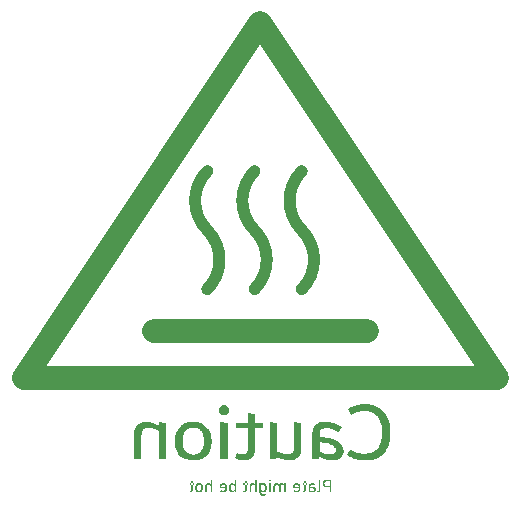
<source format=gbr>
%TF.GenerationSoftware,Altium Limited,Altium Designer,24.3.1 (35)*%
G04 Layer_Color=32896*
%FSLAX45Y45*%
%MOMM*%
%TF.SameCoordinates,045C5737-8DDF-49D6-8C07-AEEE269B335A*%
%TF.FilePolarity,Positive*%
%TF.FileFunction,Legend,Bot*%
%TF.Part,Single*%
G01*
G75*
%TA.AperFunction,NonConductor*%
%ADD16C,1.00000*%
%ADD17C,2.00000*%
G36*
X5087048Y3422302D02*
X5072135D01*
Y3437215D01*
X5087048D01*
Y3422302D01*
D02*
G37*
G36*
X5028896Y3407973D02*
X5031562Y3407556D01*
X5032729Y3407306D01*
X5033895Y3406973D01*
X5034978Y3406640D01*
X5035894Y3406306D01*
X5036811Y3405973D01*
X5037561Y3405640D01*
X5038227Y3405307D01*
X5038810Y3405057D01*
X5039227Y3404807D01*
X5039560Y3404640D01*
X5039727Y3404557D01*
X5039810Y3404474D01*
X5041810Y3402974D01*
X5043559Y3401308D01*
X5045142Y3399558D01*
X5046308Y3397809D01*
X5047308Y3396309D01*
X5047725Y3395642D01*
X5047975Y3395059D01*
X5048225Y3394559D01*
X5048391Y3394226D01*
X5048558Y3393976D01*
Y3393893D01*
X5049558Y3391227D01*
X5050307Y3388394D01*
X5050807Y3385562D01*
X5051141Y3382896D01*
X5051307Y3381729D01*
X5051390Y3380646D01*
X5051474Y3379647D01*
Y3378813D01*
X5051557Y3378064D01*
Y3377564D01*
Y3377230D01*
Y3377147D01*
Y3360401D01*
X5051390Y3356902D01*
X5051307Y3355236D01*
X5051057Y3353653D01*
X5050807Y3352237D01*
X5050557Y3350821D01*
X5050307Y3349571D01*
X5049974Y3348405D01*
X5049724Y3347321D01*
X5049474Y3346405D01*
X5049224Y3345572D01*
X5048974Y3344905D01*
X5048724Y3344406D01*
X5048641Y3343989D01*
X5048475Y3343739D01*
Y3343656D01*
X5047225Y3341240D01*
X5045809Y3339074D01*
X5044309Y3337324D01*
X5042893Y3335824D01*
X5041560Y3334658D01*
X5040976Y3334241D01*
X5040477Y3333825D01*
X5040143Y3333575D01*
X5039810Y3333325D01*
X5039643Y3333242D01*
X5039560Y3333158D01*
X5038394Y3332492D01*
X5037227Y3331992D01*
X5034811Y3331076D01*
X5032479Y3330492D01*
X5030229Y3329993D01*
X5029229Y3329909D01*
X5028230Y3329743D01*
X5027397Y3329659D01*
X5026730D01*
X5026147Y3329576D01*
X5025314D01*
X5023897Y3329659D01*
X5022565Y3329743D01*
X5020148Y3330159D01*
X5017982Y3330742D01*
X5016983Y3331076D01*
X5016066Y3331492D01*
X5015316Y3331825D01*
X5014567Y3332159D01*
X5013983Y3332492D01*
X5013483Y3332742D01*
X5013067Y3332992D01*
X5012817Y3333158D01*
X5012650Y3333325D01*
X5012567D01*
X5010734Y3334825D01*
X5009235Y3336408D01*
X5007985Y3337991D01*
X5006902Y3339407D01*
X5006152Y3340740D01*
Y3330826D01*
X5006235Y3329243D01*
X5006319Y3327826D01*
X5006569Y3326410D01*
X5006902Y3325160D01*
X5007235Y3323994D01*
X5007652Y3322911D01*
X5008068Y3321911D01*
X5008485Y3320995D01*
X5008985Y3320245D01*
X5009401Y3319495D01*
X5009818Y3318912D01*
X5010151Y3318496D01*
X5010484Y3318079D01*
X5010734Y3317829D01*
X5010818Y3317662D01*
X5010901Y3317579D01*
X5011817Y3316746D01*
X5012817Y3315996D01*
X5013817Y3315413D01*
X5014900Y3314830D01*
X5016066Y3314413D01*
X5017149Y3313997D01*
X5019232Y3313413D01*
X5020232Y3313247D01*
X5021148Y3313080D01*
X5021981Y3312997D01*
X5022731Y3312914D01*
X5023314Y3312830D01*
X5024147D01*
X5025814Y3312914D01*
X5027313Y3313164D01*
X5028813Y3313580D01*
X5030063Y3313997D01*
X5031146Y3314330D01*
X5031895Y3314746D01*
X5032229Y3314913D01*
X5032479Y3314996D01*
X5032562Y3315080D01*
X5032645D01*
X5034145Y3315996D01*
X5035478Y3316996D01*
X5036644Y3317996D01*
X5037644Y3318995D01*
X5038477Y3319829D01*
X5039144Y3320578D01*
X5039477Y3321078D01*
X5039643Y3321162D01*
Y3321245D01*
X5049724Y3312080D01*
X5048225Y3310081D01*
X5046475Y3308248D01*
X5044725Y3306749D01*
X5043059Y3305499D01*
X5041560Y3304499D01*
X5040893Y3304083D01*
X5040310Y3303749D01*
X5039893Y3303499D01*
X5039560Y3303333D01*
X5039310Y3303166D01*
X5039227D01*
X5036644Y3302083D01*
X5033978Y3301333D01*
X5031396Y3300750D01*
X5029063Y3300417D01*
X5027980Y3300250D01*
X5026980Y3300167D01*
X5026064Y3300084D01*
X5025314D01*
X5024731Y3300000D01*
X5023897D01*
X5021981Y3300084D01*
X5020148Y3300167D01*
X5018399Y3300334D01*
X5016816Y3300583D01*
X5015233Y3300917D01*
X5013733Y3301250D01*
X5012400Y3301583D01*
X5011151Y3302000D01*
X5010068Y3302333D01*
X5009068Y3302666D01*
X5008235Y3302999D01*
X5007568Y3303333D01*
X5006985Y3303583D01*
X5006569Y3303749D01*
X5006319Y3303916D01*
X5006235D01*
X5004902Y3304666D01*
X5003653Y3305499D01*
X5002486Y3306415D01*
X5001403Y3307332D01*
X5000404Y3308248D01*
X4999487Y3309165D01*
X4998654Y3310081D01*
X4997904Y3310997D01*
X4997238Y3311914D01*
X4996654Y3312664D01*
X4996155Y3313413D01*
X4995821Y3313997D01*
X4995488Y3314497D01*
X4995238Y3314913D01*
X4995155Y3315163D01*
X4995072Y3315246D01*
X4994405Y3316663D01*
X4993822Y3318162D01*
X4992822Y3321162D01*
X4992156Y3324161D01*
X4991906Y3325577D01*
X4991739Y3326910D01*
X4991572Y3328243D01*
X4991406Y3329409D01*
X4991323Y3330409D01*
Y3331326D01*
X4991239Y3332075D01*
Y3332575D01*
Y3332992D01*
Y3333075D01*
Y3406806D01*
X5006152D01*
Y3397197D01*
X5007485Y3398975D01*
X5008985Y3400641D01*
X5010484Y3402057D01*
X5011734Y3403141D01*
X5012317Y3403557D01*
X5012817Y3403890D01*
X5013150Y3404224D01*
X5013483Y3404390D01*
X5013650Y3404557D01*
X5013733D01*
X5014816Y3405223D01*
X5015900Y3405723D01*
X5017982Y3406640D01*
X5020065Y3407306D01*
X5021981Y3407723D01*
X5022814Y3407806D01*
X5023564Y3407973D01*
X5024231Y3408056D01*
X5024814D01*
X5025314Y3408139D01*
X5027480D01*
X5028896Y3407973D01*
D02*
G37*
G36*
X5382972Y3406806D02*
X5368059D01*
Y3393310D01*
X5356562D01*
Y3406806D01*
X5368059D01*
Y3428884D01*
X5382972D01*
Y3406806D01*
D02*
G37*
G36*
X4882850D02*
X4867937Y3406806D01*
Y3393309D01*
X4856440D01*
Y3406806D01*
X4867937D01*
Y3428884D01*
X4882850Y3428884D01*
Y3406806D01*
D02*
G37*
G36*
X4426051Y3406806D02*
X4411138D01*
Y3393309D01*
X4399641D01*
Y3406806D01*
X4411138D01*
Y3428884D01*
X4426051D01*
Y3406806D01*
D02*
G37*
G36*
X5440791Y3407806D02*
X5443707Y3407473D01*
X5445123Y3407223D01*
X5446373Y3406973D01*
X5447622Y3406723D01*
X5448705Y3406473D01*
X5449788Y3406140D01*
X5450705Y3405890D01*
X5451455Y3405640D01*
X5452121Y3405473D01*
X5452621Y3405223D01*
X5453038Y3405140D01*
X5453288Y3404973D01*
X5453371D01*
X5455870Y3403807D01*
X5458120Y3402557D01*
X5460036Y3401141D01*
X5461619Y3399891D01*
X5462369Y3399308D01*
X5462952Y3398725D01*
X5463452Y3398225D01*
X5463951Y3397725D01*
X5464285Y3397392D01*
X5464535Y3397142D01*
X5464618Y3396975D01*
X5464701Y3396892D01*
X5453787Y3389477D01*
X5452538Y3390310D01*
X5451205Y3391060D01*
X5449872Y3391727D01*
X5448705Y3392310D01*
X5447706Y3392727D01*
X5446873Y3393060D01*
X5446539Y3393143D01*
X5446289Y3393226D01*
X5446206Y3393310D01*
X5446123D01*
X5444456Y3393810D01*
X5442874Y3394143D01*
X5441374Y3394393D01*
X5440041Y3394559D01*
X5438875Y3394643D01*
X5437958Y3394726D01*
X5437208D01*
X5435875Y3394643D01*
X5434626Y3394559D01*
X5432376Y3394060D01*
X5431293Y3393726D01*
X5430377Y3393393D01*
X5429544Y3393060D01*
X5428794Y3392643D01*
X5428127Y3392227D01*
X5427544Y3391893D01*
X5427044Y3391560D01*
X5426628Y3391227D01*
X5426294Y3390977D01*
X5426045Y3390727D01*
X5425961Y3390644D01*
X5425878Y3390560D01*
X5425211Y3389727D01*
X5424545Y3388894D01*
X5423545Y3386978D01*
X5422879Y3385062D01*
X5422379Y3383229D01*
X5422046Y3381563D01*
X5421962Y3380813D01*
Y3380230D01*
X5421879Y3379730D01*
Y3379313D01*
Y3379063D01*
Y3378980D01*
Y3375731D01*
X5421212D01*
X5420213Y3363734D01*
X5421879D01*
Y3375731D01*
X5442790D01*
X5445123Y3375648D01*
X5447289Y3375481D01*
X5449372Y3375231D01*
X5451288Y3374814D01*
X5452954Y3374398D01*
X5454537Y3373981D01*
X5456037Y3373398D01*
X5457287Y3372898D01*
X5458453Y3372398D01*
X5459369Y3371899D01*
X5460202Y3371399D01*
X5460952Y3370982D01*
X5461452Y3370566D01*
X5461785Y3370316D01*
X5462035Y3370149D01*
X5462119Y3370066D01*
X5463202Y3368983D01*
X5464201Y3367733D01*
X5465035Y3366400D01*
X5465784Y3365067D01*
X5466368Y3363651D01*
X5466867Y3362234D01*
X5467284Y3360901D01*
X5467617Y3359485D01*
X5467950Y3358235D01*
X5468117Y3357069D01*
X5468284Y3355986D01*
X5468367Y3354986D01*
Y3354236D01*
X5468450Y3353653D01*
Y3353320D01*
Y3353153D01*
X5468367Y3350987D01*
X5468117Y3348988D01*
X5467784Y3347155D01*
X5467367Y3345405D01*
X5466867Y3343822D01*
X5466284Y3342406D01*
X5465618Y3341073D01*
X5464951Y3339907D01*
X5464368Y3338824D01*
X5463702Y3337991D01*
X5463118Y3337241D01*
X5462618Y3336574D01*
X5462202Y3336074D01*
X5461869Y3335741D01*
X5461619Y3335574D01*
X5461535Y3335491D01*
X5460119Y3334491D01*
X5458620Y3333575D01*
X5456953Y3332825D01*
X5455287Y3332159D01*
X5453537Y3331576D01*
X5451788Y3331159D01*
X5450038Y3330742D01*
X5448372Y3330492D01*
X5446789Y3330243D01*
X5445290Y3330076D01*
X5443957Y3329909D01*
X5442790Y3329826D01*
X5441790Y3329743D01*
X5440457D01*
X5438708Y3329826D01*
X5437125Y3329909D01*
X5435709Y3330076D01*
X5434459Y3330243D01*
X5433376Y3330409D01*
X5432626Y3330576D01*
X5432126Y3330742D01*
X5431960D01*
X5430543Y3331159D01*
X5429294Y3331576D01*
X5428127Y3332075D01*
X5427128Y3332575D01*
X5426294Y3332992D01*
X5425711Y3333325D01*
X5425378Y3333575D01*
X5425211Y3333658D01*
X5424128Y3334491D01*
X5423212Y3335325D01*
X5422379Y3336158D01*
X5421879Y3336658D01*
Y3349404D01*
X5421962Y3348738D01*
X5422046Y3348071D01*
X5422545Y3346822D01*
X5423212Y3345905D01*
X5423962Y3345072D01*
X5424795Y3344406D01*
X5425461Y3343989D01*
X5425961Y3343739D01*
X5426045Y3343656D01*
X5426128D01*
X5426961Y3343322D01*
X5427877Y3343073D01*
X5429877Y3342573D01*
X5431960Y3342239D01*
X5434042Y3342073D01*
X5435042Y3341990D01*
X5435959Y3341906D01*
X5436792D01*
X5437458Y3341823D01*
X5440291D01*
X5441624Y3341906D01*
X5442874Y3342073D01*
X5443957Y3342239D01*
X5445040Y3342489D01*
X5446039Y3342656D01*
X5446873Y3342906D01*
X5447622Y3343239D01*
X5448289Y3343489D01*
X5448872Y3343739D01*
X5449372Y3343906D01*
X5449788Y3344156D01*
X5450122Y3344322D01*
X5450372Y3344489D01*
X5450455Y3344572D01*
X5450538D01*
X5451205Y3345155D01*
X5451788Y3345739D01*
X5452788Y3347072D01*
X5453454Y3348571D01*
X5453871Y3349904D01*
X5454204Y3351154D01*
X5454287Y3351737D01*
Y3352237D01*
X5454371Y3352570D01*
Y3352903D01*
Y3353070D01*
Y3353153D01*
X5454287Y3355069D01*
X5453954Y3356652D01*
X5453454Y3358069D01*
X5452954Y3359152D01*
X5452454Y3360068D01*
X5451955Y3360651D01*
X5451621Y3361068D01*
X5451538Y3361151D01*
X5450288Y3361984D01*
X5448955Y3362651D01*
X5447456Y3363067D01*
X5446039Y3363401D01*
X5444706Y3363567D01*
X5444207Y3363651D01*
X5443707Y3363734D01*
X5421879D01*
Y3349404D01*
X5420296Y3338657D01*
X5420379Y3338490D01*
X5420629Y3338157D01*
X5421046Y3337574D01*
X5421629Y3336907D01*
X5421879Y3336658D01*
Y3330826D01*
X5407633D01*
Y3379647D01*
Y3381313D01*
X5407799Y3382896D01*
X5408216Y3385812D01*
X5408466Y3387145D01*
X5408799Y3388394D01*
X5409049Y3389561D01*
X5409382Y3390644D01*
X5409715Y3391560D01*
X5410049Y3392393D01*
X5410382Y3393143D01*
X5410632Y3393726D01*
X5410882Y3394226D01*
X5411048Y3394643D01*
X5411132Y3394809D01*
X5411215Y3394893D01*
X5412631Y3397142D01*
X5414298Y3399058D01*
X5415964Y3400724D01*
X5417630Y3402141D01*
X5419130Y3403141D01*
X5419796Y3403557D01*
X5420379Y3403974D01*
X5420796Y3404224D01*
X5421129Y3404390D01*
X5421379Y3404557D01*
X5421462D01*
X5424045Y3405640D01*
X5426794Y3406473D01*
X5429544Y3407056D01*
X5432043Y3407473D01*
X5433209Y3407639D01*
X5434292Y3407723D01*
X5435209Y3407806D01*
X5436042D01*
X5436708Y3407889D01*
X5437625D01*
X5440791Y3407806D01*
D02*
G37*
G36*
X5600000Y3330826D02*
X5585087D01*
Y3372065D01*
X5592335D01*
Y3386311D01*
X5585087D01*
Y3372065D01*
X5558761D01*
X5557011Y3372148D01*
X5555345Y3372232D01*
X5552096Y3372732D01*
X5550679Y3372982D01*
X5549263Y3373315D01*
X5548013Y3373731D01*
X5546847Y3374065D01*
X5545764Y3374481D01*
X5544847Y3374814D01*
X5544014Y3375148D01*
X5543265Y3375481D01*
X5542765Y3375731D01*
X5542348Y3375897D01*
X5542098Y3375981D01*
X5542015Y3376064D01*
X5539432Y3377730D01*
X5537183Y3379563D01*
X5535267Y3381479D01*
X5534433Y3382396D01*
X5533684Y3383312D01*
X5533017Y3384145D01*
X5532434Y3384978D01*
X5531934Y3385645D01*
X5531518Y3386311D01*
X5531184Y3386811D01*
X5530934Y3387145D01*
X5530851Y3387395D01*
X5530768Y3387478D01*
X5530101Y3388894D01*
X5529435Y3390310D01*
X5528435Y3393310D01*
X5527768Y3396142D01*
X5527519Y3397475D01*
X5527269Y3398808D01*
X5527102Y3399975D01*
X5526935Y3401141D01*
X5526852Y3402057D01*
Y3402974D01*
X5526769Y3403640D01*
Y3404140D01*
Y3404474D01*
Y3404557D01*
X5526852Y3406390D01*
X5526935Y3408056D01*
X5527102Y3409722D01*
X5527352Y3411388D01*
X5527685Y3412888D01*
X5528018Y3414304D01*
X5528352Y3415554D01*
X5528768Y3416804D01*
X5529101Y3417887D01*
X5529518Y3418886D01*
X5529851Y3419720D01*
X5530101Y3420386D01*
X5530434Y3420969D01*
X5530601Y3421386D01*
X5530684Y3421636D01*
X5530768Y3421719D01*
X5532434Y3424302D01*
X5533267Y3425551D01*
X5534183Y3426634D01*
X5535183Y3427634D01*
X5536100Y3428551D01*
X5537016Y3429467D01*
X5537849Y3430217D01*
X5538766Y3430883D01*
X5539515Y3431467D01*
X5540182Y3431966D01*
X5540848Y3432383D01*
X5541348Y3432716D01*
X5541682Y3432966D01*
X5541932Y3433050D01*
X5542015Y3433133D01*
X5543431Y3433883D01*
X5544847Y3434466D01*
X5546264Y3435049D01*
X5547680Y3435466D01*
X5550513Y3436215D01*
X5551846Y3436465D01*
X5553095Y3436715D01*
X5554262Y3436882D01*
X5555345Y3436965D01*
X5556344Y3437132D01*
X5557178D01*
X5557844Y3437215D01*
X5585087D01*
Y3423052D01*
X5558261D01*
X5556511Y3422969D01*
X5554928Y3422719D01*
X5553429Y3422302D01*
X5552179Y3421886D01*
X5551179Y3421469D01*
X5550429Y3421053D01*
X5549929Y3420803D01*
X5549763Y3420719D01*
X5548430Y3419803D01*
X5547347Y3418720D01*
X5546347Y3417637D01*
X5545514Y3416637D01*
X5544931Y3415721D01*
X5544431Y3414888D01*
X5544181Y3414388D01*
X5544098Y3414304D01*
Y3414221D01*
X5543431Y3412638D01*
X5542931Y3410972D01*
X5542598Y3409306D01*
X5542348Y3407806D01*
X5542181Y3406556D01*
Y3405973D01*
X5542098Y3405473D01*
Y3405057D01*
Y3404807D01*
Y3404640D01*
Y3404557D01*
X5542181Y3402557D01*
X5542431Y3400808D01*
X5542765Y3399142D01*
X5543098Y3397725D01*
X5543431Y3396559D01*
X5543764Y3395726D01*
X5543931Y3395392D01*
X5544014Y3395143D01*
X5544098Y3395059D01*
Y3394976D01*
X5544931Y3393476D01*
X5545847Y3392227D01*
X5546764Y3391144D01*
X5547680Y3390227D01*
X5548513Y3389477D01*
X5549180Y3388977D01*
X5549596Y3388644D01*
X5549680Y3388561D01*
X5549763D01*
X5551179Y3387811D01*
X5552595Y3387228D01*
X5554095Y3386895D01*
X5555345Y3386561D01*
X5556511Y3386395D01*
X5557428Y3386311D01*
X5585087D01*
Y3423052D01*
X5592335D01*
Y3437215D01*
X5600000D01*
Y3330826D01*
D02*
G37*
G36*
X4763381Y3407722D02*
X4765714Y3407306D01*
X4767796Y3406723D01*
X4769629Y3406056D01*
X4770462Y3405723D01*
X4771129Y3405390D01*
X4771795Y3405056D01*
X4772295Y3404806D01*
X4772712Y3404557D01*
X4773045Y3404390D01*
X4773212Y3404307D01*
X4773295Y3404223D01*
X4775294Y3402724D01*
X4777044Y3401141D01*
X4778627Y3399391D01*
X4779877Y3397725D01*
X4780793Y3396427D01*
Y3379313D01*
X4780710Y3381063D01*
X4780543Y3382562D01*
X4780210Y3383978D01*
X4779877Y3385145D01*
X4779627Y3386145D01*
X4779293Y3386894D01*
X4779127Y3387311D01*
X4779044Y3387478D01*
X4778294Y3388644D01*
X4777461Y3389727D01*
X4776627Y3390643D01*
X4775794Y3391310D01*
X4775045Y3391893D01*
X4774461Y3392310D01*
X4774045Y3392560D01*
X4773878Y3392643D01*
X4772545Y3393226D01*
X4771212Y3393643D01*
X4769879Y3393976D01*
X4768546Y3394143D01*
X4767463Y3394309D01*
X4766547Y3394393D01*
X4765797D01*
X4764464Y3394309D01*
X4763214Y3394226D01*
X4760882Y3393643D01*
X4759882Y3393309D01*
X4758965Y3392976D01*
X4758132Y3392560D01*
X4757299Y3392143D01*
X4756633Y3391643D01*
X4756049Y3391227D01*
X4755550Y3390893D01*
X4755133Y3390560D01*
X4754800Y3390227D01*
X4754550Y3389977D01*
X4754466Y3389894D01*
X4754383Y3389810D01*
X4753633Y3388894D01*
X4753050Y3387977D01*
X4752467Y3386894D01*
X4752050Y3385811D01*
X4751301Y3383729D01*
X4750801Y3381562D01*
X4750634Y3380646D01*
X4750551Y3379730D01*
X4750384Y3378896D01*
Y3378230D01*
X4750301Y3377647D01*
Y3377147D01*
Y3376897D01*
Y3376814D01*
Y3360401D01*
X4750384Y3358902D01*
X4750468Y3357485D01*
X4750634Y3356152D01*
X4750967Y3354903D01*
X4751217Y3353820D01*
X4751551Y3352736D01*
X4751967Y3351820D01*
X4752300Y3350904D01*
X4752717Y3350154D01*
X4753050Y3349487D01*
X4753467Y3348987D01*
X4753717Y3348488D01*
X4753967Y3348154D01*
X4754217Y3347904D01*
X4754300Y3347738D01*
X4754383Y3347654D01*
X4755216Y3346905D01*
X4756049Y3346155D01*
X4756966Y3345572D01*
X4757882Y3345072D01*
X4759798Y3344239D01*
X4761631Y3343739D01*
X4763298Y3343406D01*
X4763964Y3343322D01*
X4764547Y3343239D01*
X4765130Y3343156D01*
X4765797D01*
X4767546Y3343239D01*
X4769046Y3343406D01*
X4770462Y3343739D01*
X4771629Y3344072D01*
X4772545Y3344405D01*
X4773295Y3344739D01*
X4773712Y3344905D01*
X4773878Y3344988D01*
X4775045Y3345738D01*
X4776128Y3346571D01*
X4776961Y3347488D01*
X4777711Y3348321D01*
X4778294Y3349071D01*
X4778710Y3349654D01*
X4778960Y3350071D01*
X4779044Y3350237D01*
X4779627Y3351570D01*
X4780043Y3352986D01*
X4780377Y3354403D01*
X4780543Y3355736D01*
X4780710Y3356819D01*
X4780793Y3357735D01*
Y3340740D01*
X4780710Y3340573D01*
X4779543Y3338573D01*
X4778210Y3336907D01*
X4776961Y3335574D01*
X4775794Y3334491D01*
X4774878Y3333741D01*
X4774545Y3333408D01*
X4774295Y3333241D01*
X4774128Y3333158D01*
X4774045Y3333075D01*
X4771962Y3331992D01*
X4769879Y3331159D01*
X4767796Y3330576D01*
X4765797Y3330159D01*
X4764964Y3329992D01*
X4764131Y3329909D01*
X4763464Y3329826D01*
X4762798D01*
X4762298Y3329742D01*
X4761631D01*
X4760132Y3329826D01*
X4758632Y3329909D01*
X4755966Y3330326D01*
X4754716Y3330576D01*
X4753550Y3330909D01*
X4752467Y3331242D01*
X4751467Y3331575D01*
X4750551Y3331909D01*
X4749801Y3332158D01*
X4749051Y3332492D01*
X4748551Y3332742D01*
X4748051Y3332992D01*
X4747718Y3333158D01*
X4747552Y3333325D01*
X4747468D01*
X4745385Y3334824D01*
X4743553Y3336491D01*
X4741970Y3338240D01*
X4740720Y3339906D01*
X4739720Y3341489D01*
X4739387Y3342073D01*
X4739054Y3342656D01*
X4738804Y3343156D01*
X4738637Y3343489D01*
X4738471Y3343739D01*
Y3343822D01*
X4737471Y3346488D01*
X4736721Y3349321D01*
X4736138Y3352070D01*
X4735805Y3354736D01*
X4735638Y3355902D01*
X4735555Y3356985D01*
X4735471Y3357985D01*
Y3358818D01*
X4735388Y3359485D01*
Y3359985D01*
Y3360318D01*
Y3360401D01*
Y3376897D01*
X4735555Y3380479D01*
X4735638Y3382062D01*
X4735888Y3383645D01*
X4736055Y3385145D01*
X4736304Y3386478D01*
X4736638Y3387811D01*
X4736888Y3388977D01*
X4737138Y3389977D01*
X4737471Y3390977D01*
X4737721Y3391727D01*
X4737887Y3392393D01*
X4738137Y3392976D01*
X4738221Y3393309D01*
X4738387Y3393559D01*
Y3393643D01*
X4739637Y3396142D01*
X4741053Y3398225D01*
X4742470Y3400058D01*
X4743886Y3401557D01*
X4745136Y3402724D01*
X4745719Y3403140D01*
X4746219Y3403557D01*
X4746552Y3403890D01*
X4746885Y3404057D01*
X4747052Y3404223D01*
X4747135D01*
X4748218Y3404890D01*
X4749384Y3405473D01*
X4751717Y3406306D01*
X4753967Y3406973D01*
X4756133Y3407472D01*
X4757132Y3407556D01*
X4758049Y3407722D01*
X4758882Y3407806D01*
X4759549D01*
X4760132Y3407889D01*
X4762131D01*
X4763381Y3407722D01*
D02*
G37*
G36*
X4935920Y3407723D02*
X4938336Y3407306D01*
X4940419Y3406723D01*
X4942335Y3406056D01*
X4943085Y3405640D01*
X4943835Y3405307D01*
X4944501Y3404973D01*
X4945001Y3404723D01*
X4945418Y3404474D01*
X4945751Y3404307D01*
X4945917Y3404224D01*
X4946001Y3404140D01*
X4948000Y3402641D01*
X4949833Y3400974D01*
X4951416Y3399225D01*
X4952666Y3397559D01*
X4953665Y3396174D01*
Y3379147D01*
X4953582Y3380396D01*
X4953499Y3381563D01*
X4952999Y3383729D01*
X4952416Y3385562D01*
X4951666Y3387061D01*
X4950916Y3388228D01*
X4950583Y3388728D01*
X4950250Y3389144D01*
X4950000Y3389394D01*
X4949833Y3389644D01*
X4949750Y3389811D01*
X4949667D01*
X4948917Y3390477D01*
X4948000Y3391060D01*
X4946167Y3392060D01*
X4944335Y3392727D01*
X4942502Y3393143D01*
X4940835Y3393476D01*
X4940169Y3393560D01*
X4939502D01*
X4939003Y3393643D01*
X4938336D01*
X4936920Y3393560D01*
X4935670Y3393476D01*
X4934420Y3393226D01*
X4933337Y3392976D01*
X4932254Y3392643D01*
X4931255Y3392227D01*
X4930421Y3391810D01*
X4929588Y3391477D01*
X4928922Y3391060D01*
X4928339Y3390644D01*
X4927755Y3390227D01*
X4927339Y3389894D01*
X4927006Y3389644D01*
X4926756Y3389394D01*
X4926672Y3389311D01*
X4926589Y3389227D01*
X4925839Y3388394D01*
X4925173Y3387478D01*
X4924673Y3386478D01*
X4924173Y3385478D01*
X4923423Y3383396D01*
X4922923Y3381396D01*
X4922757Y3380480D01*
X4922673Y3379563D01*
X4922507Y3378813D01*
Y3378147D01*
X4922423Y3377564D01*
Y3377147D01*
Y3376897D01*
Y3376814D01*
Y3330826D01*
X4907511D01*
Y3376897D01*
X4907594Y3379563D01*
X4907761Y3382146D01*
X4908094Y3384562D01*
X4908594Y3386728D01*
X4909094Y3388811D01*
X4909677Y3390644D01*
X4910260Y3392393D01*
X4910843Y3393893D01*
X4911510Y3395309D01*
X4912093Y3396476D01*
X4912676Y3397475D01*
X4913176Y3398308D01*
X4913592Y3398975D01*
X4913926Y3399475D01*
X4914176Y3399725D01*
X4914259Y3399808D01*
X4915592Y3401224D01*
X4917008Y3402474D01*
X4918508Y3403557D01*
X4920091Y3404474D01*
X4921674Y3405307D01*
X4923257Y3405890D01*
X4924840Y3406473D01*
X4926339Y3406890D01*
X4927839Y3407223D01*
X4929172Y3407473D01*
X4930338Y3407639D01*
X4931338Y3407806D01*
X4932254D01*
X4932837Y3407889D01*
X4934670D01*
X4935920Y3407723D01*
D02*
G37*
G36*
X4560849Y3407722D02*
X4563265Y3407306D01*
X4565348Y3406723D01*
X4567264Y3406056D01*
X4568014Y3405640D01*
X4568764Y3405306D01*
X4569431Y3404973D01*
X4569930Y3404723D01*
X4570347Y3404473D01*
X4570680Y3404307D01*
X4570847Y3404223D01*
X4570930Y3404140D01*
X4572930Y3402640D01*
X4574763Y3400974D01*
X4576345Y3399225D01*
X4577595Y3397558D01*
X4578595Y3396174D01*
Y3379146D01*
X4578512Y3380396D01*
X4578428Y3381562D01*
X4577928Y3383729D01*
X4577345Y3385561D01*
X4576595Y3387061D01*
X4575846Y3388227D01*
X4575512Y3388727D01*
X4575179Y3389144D01*
X4574929Y3389394D01*
X4574763Y3389644D01*
X4574679Y3389810D01*
X4574596D01*
X4573846Y3390477D01*
X4572930Y3391060D01*
X4571097Y3392060D01*
X4569264Y3392726D01*
X4567431Y3393143D01*
X4565765Y3393476D01*
X4565098Y3393559D01*
X4564432D01*
X4563932Y3393643D01*
X4563265D01*
X4561849Y3393559D01*
X4560599Y3393476D01*
X4559350Y3393226D01*
X4558267Y3392976D01*
X4557184Y3392643D01*
X4556184Y3392226D01*
X4555351Y3391810D01*
X4554518Y3391477D01*
X4553851Y3391060D01*
X4553268Y3390643D01*
X4552685Y3390227D01*
X4552268Y3389894D01*
X4551935Y3389644D01*
X4551685Y3389394D01*
X4551602Y3389310D01*
X4551518Y3389227D01*
X4550769Y3388394D01*
X4550102Y3387478D01*
X4549602Y3386478D01*
X4549102Y3385478D01*
X4548353Y3383395D01*
X4547853Y3381396D01*
X4547686Y3380479D01*
X4547603Y3379563D01*
X4547436Y3378813D01*
Y3378147D01*
X4547353Y3377563D01*
Y3377147D01*
Y3376897D01*
Y3376814D01*
Y3330825D01*
X4532440D01*
Y3376897D01*
X4532523Y3379563D01*
X4532690Y3382146D01*
X4533023Y3384562D01*
X4533523Y3386728D01*
X4534023Y3388811D01*
X4534606Y3390643D01*
X4535189Y3392393D01*
X4535772Y3393893D01*
X4536439Y3395309D01*
X4537022Y3396475D01*
X4537605Y3397475D01*
X4538105Y3398308D01*
X4538522Y3398975D01*
X4538855Y3399475D01*
X4539105Y3399724D01*
X4539188Y3399808D01*
X4540521Y3401224D01*
X4541938Y3402474D01*
X4543437Y3403557D01*
X4545020Y3404473D01*
X4546603Y3405306D01*
X4548186Y3405890D01*
X4549769Y3406473D01*
X4551269Y3406889D01*
X4552768Y3407223D01*
X4554101Y3407472D01*
X4555267Y3407639D01*
X4556267Y3407806D01*
X4557184D01*
X4557767Y3407889D01*
X4559600D01*
X4560849Y3407722D01*
D02*
G37*
G36*
X5182773Y3407723D02*
X5185190Y3407306D01*
X5187272Y3406723D01*
X5189189Y3406056D01*
X5189938Y3405640D01*
X5190688Y3405307D01*
X5191355Y3404973D01*
X5191854Y3404723D01*
X5192271Y3404474D01*
X5192604Y3404307D01*
X5192771Y3404224D01*
X5192854Y3404140D01*
X5194854Y3402641D01*
X5196687Y3400891D01*
X5198270Y3399142D01*
X5199519Y3397475D01*
X5200519Y3396014D01*
Y3378897D01*
X5200436Y3380146D01*
X5200352Y3381396D01*
X5199852Y3383562D01*
X5199269Y3385395D01*
X5198519Y3386978D01*
X5198103Y3387561D01*
X5197770Y3388144D01*
X5197436Y3388644D01*
X5197103Y3389061D01*
X5196853Y3389311D01*
X5196687Y3389561D01*
X5196603Y3389644D01*
X5196520Y3389727D01*
X5195770Y3390394D01*
X5194854Y3391060D01*
X5193021Y3391977D01*
X5191188Y3392727D01*
X5189355Y3393143D01*
X5187689Y3393476D01*
X5187022Y3393560D01*
X5186356D01*
X5185856Y3393643D01*
X5185190D01*
X5183857Y3393560D01*
X5182607Y3393476D01*
X5180357Y3392976D01*
X5178441Y3392227D01*
X5177608Y3391810D01*
X5176858Y3391477D01*
X5176192Y3391060D01*
X5175609Y3390644D01*
X5175192Y3390227D01*
X5174776Y3389894D01*
X5174442Y3389644D01*
X5174192Y3389394D01*
X5174109Y3389311D01*
X5174026Y3389227D01*
X5173359Y3388394D01*
X5172693Y3387478D01*
X5171693Y3385478D01*
X5171026Y3383396D01*
X5170527Y3381396D01*
X5170360Y3380480D01*
X5170193Y3379563D01*
X5170110Y3378813D01*
Y3378147D01*
X5170027Y3377564D01*
Y3377147D01*
Y3376897D01*
Y3376814D01*
Y3330826D01*
X5155114D01*
Y3376897D01*
X5155144Y3377544D01*
X5155114Y3377397D01*
X5155031Y3378813D01*
X5154947Y3380146D01*
X5154781Y3381396D01*
X5154531Y3382562D01*
X5154197Y3383646D01*
X5153864Y3384645D01*
X5153531Y3385562D01*
X5153198Y3386311D01*
X5152864Y3387061D01*
X5152531Y3387644D01*
X5152198Y3388228D01*
X5151865Y3388644D01*
X5151615Y3388977D01*
X5151448Y3389227D01*
X5151282Y3389311D01*
Y3389394D01*
X5150532Y3390144D01*
X5149699Y3390810D01*
X5148865Y3391394D01*
X5147949Y3391893D01*
X5146200Y3392643D01*
X5144450Y3393143D01*
X5142950Y3393393D01*
X5142284Y3393476D01*
X5141701Y3393560D01*
X5141201Y3393643D01*
X5140534D01*
X5139118Y3393560D01*
X5137868Y3393476D01*
X5136619Y3393226D01*
X5135536Y3392976D01*
X5134453Y3392643D01*
X5133453Y3392227D01*
X5132620Y3391810D01*
X5131787Y3391477D01*
X5131120Y3391060D01*
X5130537Y3390644D01*
X5129954Y3390227D01*
X5129537Y3389894D01*
X5129204Y3389644D01*
X5128954Y3389394D01*
X5128871Y3389311D01*
X5128787Y3389227D01*
X5128037Y3388394D01*
X5127371Y3387478D01*
X5126871Y3386478D01*
X5126371Y3385478D01*
X5125621Y3383396D01*
X5125122Y3381396D01*
X5124955Y3380480D01*
X5124872Y3379563D01*
X5124705Y3378813D01*
Y3378147D01*
X5124622Y3377564D01*
Y3377147D01*
Y3376897D01*
Y3376814D01*
Y3330826D01*
X5109709D01*
Y3376897D01*
X5109875Y3380480D01*
X5109959Y3382063D01*
X5110209Y3383646D01*
X5110459Y3385145D01*
X5110709Y3386478D01*
X5110959Y3387811D01*
X5111208Y3388977D01*
X5111542Y3389977D01*
X5111792Y3390977D01*
X5112042Y3391727D01*
X5112292Y3392393D01*
X5112541Y3392976D01*
X5112625Y3393310D01*
X5112791Y3393560D01*
Y3393643D01*
X5114041Y3396142D01*
X5115457Y3398225D01*
X5116874Y3400058D01*
X5118290Y3401558D01*
X5119623Y3402724D01*
X5120206Y3403141D01*
X5120623Y3403557D01*
X5121039Y3403890D01*
X5121373Y3404057D01*
X5121539Y3404224D01*
X5121622D01*
X5122706Y3404890D01*
X5123872Y3405473D01*
X5126205Y3406306D01*
X5128537Y3406973D01*
X5130787Y3407473D01*
X5131787Y3407556D01*
X5132703Y3407723D01*
X5133536Y3407806D01*
X5134203D01*
X5134786Y3407889D01*
X5135619D01*
X5136952Y3407806D01*
X5138202Y3407723D01*
X5140618Y3407223D01*
X5142867Y3406556D01*
X5144783Y3405806D01*
X5145616Y3405390D01*
X5146366Y3405057D01*
X5147033Y3404723D01*
X5147616Y3404390D01*
X5148032Y3404140D01*
X5148366Y3403890D01*
X5148532Y3403807D01*
X5148616Y3403724D01*
X5150698Y3402057D01*
X5152615Y3400141D01*
X5154197Y3398225D01*
X5155614Y3396392D01*
X5156697Y3394643D01*
X5157113Y3393976D01*
X5157447Y3393310D01*
X5157780Y3392810D01*
X5157786Y3392795D01*
X5157613Y3392393D01*
X5157447Y3391727D01*
X5157197Y3390977D01*
X5156863Y3389977D01*
X5156614Y3388977D01*
X5156364Y3387811D01*
X5156030Y3386478D01*
X5155780Y3385145D01*
X5155614Y3383646D01*
X5155364Y3382063D01*
X5155281Y3380480D01*
X5155144Y3377544D01*
X5158113Y3392060D01*
X5158030Y3392143D01*
X5157947Y3392393D01*
X5157786Y3392795D01*
X5157863Y3392976D01*
X5157947Y3393310D01*
X5158113Y3393560D01*
Y3393643D01*
X5159279Y3396142D01*
X5160696Y3398225D01*
X5162112Y3400058D01*
X5163528Y3401558D01*
X5164778Y3402724D01*
X5165278Y3403141D01*
X5165778Y3403557D01*
X5166111Y3403890D01*
X5166444Y3404057D01*
X5166611Y3404224D01*
X5166694D01*
X5167777Y3404890D01*
X5168860Y3405473D01*
X5171193Y3406306D01*
X5173443Y3406973D01*
X5175609Y3407473D01*
X5176525Y3407556D01*
X5177442Y3407723D01*
X5178275Y3407806D01*
X5178941D01*
X5179524Y3407889D01*
X5181524D01*
X5182773Y3407723D01*
D02*
G37*
G36*
X5308075Y3407806D02*
X5309908Y3407723D01*
X5311574Y3407473D01*
X5313240Y3407223D01*
X5314740Y3406890D01*
X5316156Y3406556D01*
X5317489Y3406223D01*
X5318655Y3405806D01*
X5319738Y3405390D01*
X5320738Y3405057D01*
X5321571Y3404723D01*
X5322238Y3404390D01*
X5322821Y3404140D01*
X5323238Y3403890D01*
X5323487Y3403807D01*
X5323571Y3403724D01*
X5324904Y3402891D01*
X5326070Y3401974D01*
X5328320Y3400058D01*
X5330152Y3398058D01*
X5330986Y3397059D01*
X5331735Y3396059D01*
X5332319Y3395143D01*
X5332902Y3394309D01*
X5333402Y3393560D01*
X5333818Y3392893D01*
X5334068Y3392310D01*
X5334318Y3391893D01*
X5334401Y3391643D01*
X5334485Y3391560D01*
X5335151Y3390061D01*
X5335734Y3388478D01*
X5336651Y3385145D01*
X5337317Y3381979D01*
X5337567Y3380396D01*
X5337734Y3378980D01*
X5337900Y3377564D01*
X5338067Y3376314D01*
X5338150Y3375148D01*
Y3374231D01*
X5338234Y3373398D01*
Y3372815D01*
Y3372482D01*
Y3372315D01*
Y3363734D01*
X5338150Y3361734D01*
X5338067Y3359818D01*
X5337900Y3357985D01*
X5337650Y3356319D01*
X5337317Y3354653D01*
X5336984Y3353153D01*
X5336651Y3351737D01*
X5336234Y3350404D01*
X5335901Y3349238D01*
X5335568Y3348238D01*
X5335234Y3347321D01*
X5334901Y3346572D01*
X5334651Y3345988D01*
X5334485Y3345572D01*
X5334318Y3345322D01*
Y3345239D01*
X5333568Y3343822D01*
X5332735Y3342573D01*
X5331819Y3341323D01*
X5330902Y3340240D01*
X5329986Y3339157D01*
X5328986Y3338240D01*
X5328070Y3337324D01*
X5327153Y3336574D01*
X5326320Y3335908D01*
X5325570Y3335325D01*
X5324820Y3334825D01*
X5324237Y3334408D01*
X5323654Y3334075D01*
X5323321Y3333825D01*
X5323071Y3333742D01*
X5322988Y3333658D01*
X5321571Y3332992D01*
X5320072Y3332409D01*
X5316989Y3331409D01*
X5313990Y3330742D01*
X5312490Y3330409D01*
X5311157Y3330243D01*
X5309824Y3330076D01*
X5308658Y3329993D01*
X5307575Y3329826D01*
X5306658D01*
X5305909Y3329743D01*
X5304909D01*
X5302243Y3329909D01*
X5299744Y3330243D01*
X5297327Y3330659D01*
X5295245Y3331242D01*
X5294245Y3331492D01*
X5293412Y3331742D01*
X5292662Y3331992D01*
X5291996Y3332242D01*
X5291496Y3332409D01*
X5291162Y3332575D01*
X5290912Y3332659D01*
X5290829D01*
X5288246Y3333908D01*
X5285830Y3335241D01*
X5283748Y3336658D01*
X5281831Y3337991D01*
X5280998Y3338657D01*
X5280332Y3339240D01*
X5279665Y3339740D01*
X5279165Y3340157D01*
X5278749Y3340573D01*
X5278416Y3340823D01*
X5278249Y3340990D01*
X5278166Y3341073D01*
X5287913Y3350821D01*
X5289246Y3349654D01*
X5290663Y3348654D01*
X5292079Y3347821D01*
X5293329Y3347072D01*
X5294412Y3346488D01*
X5295245Y3346072D01*
X5295578Y3345905D01*
X5295828Y3345822D01*
X5295911Y3345739D01*
X5295994D01*
X5297661Y3345155D01*
X5299244Y3344655D01*
X5300743Y3344322D01*
X5302076Y3344156D01*
X5303243Y3343989D01*
X5304159Y3343906D01*
X5304909D01*
X5306575Y3343989D01*
X5308158Y3344156D01*
X5309658Y3344406D01*
X5310991Y3344655D01*
X5312240Y3345072D01*
X5313407Y3345489D01*
X5314490Y3345905D01*
X5315406Y3346405D01*
X5316239Y3346905D01*
X5316989Y3347321D01*
X5317656Y3347738D01*
X5318155Y3348155D01*
X5318572Y3348405D01*
X5318822Y3348654D01*
X5318989Y3348821D01*
X5319072Y3348904D01*
X5319988Y3349904D01*
X5320738Y3350987D01*
X5321405Y3352154D01*
X5321988Y3353320D01*
X5322404Y3354570D01*
X5322821Y3355736D01*
X5323404Y3358069D01*
X5323654Y3359235D01*
X5323821Y3360235D01*
X5323904Y3361151D01*
X5323987Y3361901D01*
X5324071Y3362568D01*
Y3362818D01*
X5327403D01*
Y3374814D01*
X5323995D01*
X5324071Y3373148D01*
Y3363484D01*
Y3363401D01*
Y3363067D01*
Y3362818D01*
X5276166D01*
Y3367733D01*
Y3370066D01*
X5276333Y3372315D01*
X5276499Y3374398D01*
X5276749Y3376481D01*
X5276999Y3378397D01*
X5277333Y3380146D01*
X5277583Y3381813D01*
X5277916Y3383312D01*
X5278249Y3384645D01*
X5278582Y3385895D01*
X5278916Y3386895D01*
X5279165Y3387811D01*
X5279415Y3388478D01*
X5279582Y3388977D01*
X5279665Y3389311D01*
X5279749Y3389394D01*
X5280415Y3391060D01*
X5281165Y3392560D01*
X5281998Y3393976D01*
X5282831Y3395309D01*
X5283664Y3396559D01*
X5284497Y3397725D01*
X5285331Y3398725D01*
X5286164Y3399641D01*
X5286997Y3400475D01*
X5287663Y3401141D01*
X5288330Y3401808D01*
X5288913Y3402224D01*
X5289330Y3402641D01*
X5289663Y3402891D01*
X5289913Y3403057D01*
X5289996Y3403141D01*
X5291329Y3403974D01*
X5292662Y3404723D01*
X5293995Y3405307D01*
X5295411Y3405890D01*
X5296744Y3406390D01*
X5298077Y3406723D01*
X5300660Y3407306D01*
X5301826Y3407473D01*
X5302909Y3407639D01*
X5303826Y3407723D01*
X5304659Y3407806D01*
X5305325Y3407889D01*
X5306242D01*
X5308075Y3407806D01*
D02*
G37*
G36*
X4686151Y3407806D02*
X4687984Y3407722D01*
X4689650Y3407472D01*
X4691316Y3407223D01*
X4692816Y3406889D01*
X4694232Y3406556D01*
X4695565Y3406223D01*
X4696731Y3405806D01*
X4697814Y3405390D01*
X4698814Y3405056D01*
X4699647Y3404723D01*
X4700314Y3404390D01*
X4700897Y3404140D01*
X4701313Y3403890D01*
X4701563Y3403807D01*
X4701647Y3403723D01*
X4702980Y3402890D01*
X4704146Y3401974D01*
X4706395Y3400058D01*
X4708228Y3398058D01*
X4709061Y3397058D01*
X4709811Y3396059D01*
X4710394Y3395142D01*
X4710978Y3394309D01*
X4711477Y3393559D01*
X4711894Y3392893D01*
X4712144Y3392310D01*
X4712394Y3391893D01*
X4712477Y3391643D01*
X4712561Y3391560D01*
X4713227Y3390060D01*
X4713810Y3388477D01*
X4714727Y3385145D01*
X4715393Y3381979D01*
X4715643Y3380396D01*
X4715810Y3378980D01*
X4715976Y3377563D01*
X4716143Y3376314D01*
X4716226Y3375147D01*
Y3374231D01*
X4716310Y3373398D01*
Y3372815D01*
Y3372481D01*
Y3372315D01*
Y3363734D01*
X4716226Y3361734D01*
X4716143Y3359818D01*
X4715976Y3357985D01*
X4715726Y3356319D01*
X4715393Y3354653D01*
X4715060Y3353153D01*
X4714727Y3351737D01*
X4714310Y3350404D01*
X4713977Y3349237D01*
X4713644Y3348238D01*
X4713310Y3347321D01*
X4712977Y3346571D01*
X4712727Y3345988D01*
X4712561Y3345572D01*
X4712394Y3345322D01*
Y3345238D01*
X4711644Y3343822D01*
X4710811Y3342572D01*
X4709895Y3341323D01*
X4708978Y3340240D01*
X4708062Y3339157D01*
X4707062Y3338240D01*
X4706146Y3337324D01*
X4705229Y3336574D01*
X4704396Y3335907D01*
X4703646Y3335324D01*
X4702896Y3334824D01*
X4702313Y3334408D01*
X4701730Y3334075D01*
X4701397Y3333825D01*
X4701147Y3333741D01*
X4701063Y3333658D01*
X4699647Y3332992D01*
X4698148Y3332408D01*
X4695065Y3331409D01*
X4692066Y3330742D01*
X4690566Y3330409D01*
X4689233Y3330242D01*
X4687900Y3330076D01*
X4686734Y3329992D01*
X4685651Y3329826D01*
X4684734D01*
X4683985Y3329742D01*
X4682985D01*
X4680319Y3329909D01*
X4677819Y3330242D01*
X4675403Y3330659D01*
X4673321Y3331242D01*
X4672321Y3331492D01*
X4671488Y3331742D01*
X4670738Y3331992D01*
X4670071Y3332242D01*
X4669572Y3332408D01*
X4669238Y3332575D01*
X4668988Y3332658D01*
X4668905D01*
X4666322Y3333908D01*
X4663906Y3335241D01*
X4661824Y3336657D01*
X4659907Y3337990D01*
X4659074Y3338657D01*
X4658408Y3339240D01*
X4657741Y3339740D01*
X4657241Y3340156D01*
X4656825Y3340573D01*
X4656492Y3340823D01*
X4656325Y3340990D01*
X4656242Y3341073D01*
X4665989Y3350820D01*
X4667322Y3349654D01*
X4668738Y3348654D01*
X4670155Y3347821D01*
X4671404Y3347071D01*
X4672487Y3346488D01*
X4673321Y3346072D01*
X4673654Y3345905D01*
X4673904Y3345822D01*
X4673987Y3345738D01*
X4674070D01*
X4675737Y3345155D01*
X4677320Y3344655D01*
X4678819Y3344322D01*
X4680152Y3344155D01*
X4681319Y3343989D01*
X4682235Y3343905D01*
X4682985D01*
X4684651Y3343989D01*
X4686234Y3344155D01*
X4687734Y3344405D01*
X4689067Y3344655D01*
X4690316Y3345072D01*
X4691483Y3345488D01*
X4692566Y3345905D01*
X4693482Y3346405D01*
X4694315Y3346905D01*
X4695065Y3347321D01*
X4695732Y3347738D01*
X4696231Y3348154D01*
X4696648Y3348404D01*
X4696898Y3348654D01*
X4697065Y3348821D01*
X4697148Y3348904D01*
X4698064Y3349904D01*
X4698814Y3350987D01*
X4699481Y3352153D01*
X4700064Y3353320D01*
X4700480Y3354569D01*
X4700897Y3355736D01*
X4701480Y3358068D01*
X4701730Y3359235D01*
X4701897Y3360235D01*
X4701980Y3361151D01*
X4702063Y3361901D01*
X4702147Y3362567D01*
Y3362817D01*
X4705479D01*
Y3374814D01*
X4702071D01*
X4702147Y3373148D01*
Y3363484D01*
Y3363400D01*
Y3363067D01*
Y3362817D01*
X4654242D01*
Y3367733D01*
Y3370065D01*
X4654409Y3372315D01*
X4654575Y3374398D01*
X4654825Y3376480D01*
X4655075Y3378397D01*
X4655409Y3380146D01*
X4655658Y3381812D01*
X4655992Y3383312D01*
X4656325Y3384645D01*
X4656658Y3385895D01*
X4656991Y3386894D01*
X4657241Y3387811D01*
X4657491Y3388477D01*
X4657658Y3388977D01*
X4657741Y3389310D01*
X4657825Y3389394D01*
X4658491Y3391060D01*
X4659241Y3392560D01*
X4660074Y3393976D01*
X4660907Y3395309D01*
X4661740Y3396559D01*
X4662573Y3397725D01*
X4663406Y3398725D01*
X4664240Y3399641D01*
X4665073Y3400474D01*
X4665739Y3401141D01*
X4666406Y3401807D01*
X4666989Y3402224D01*
X4667405Y3402640D01*
X4667739Y3402890D01*
X4667989Y3403057D01*
X4668072Y3403140D01*
X4669405Y3403973D01*
X4670738Y3404723D01*
X4672071Y3405306D01*
X4673487Y3405890D01*
X4674820Y3406389D01*
X4676153Y3406723D01*
X4678736Y3407306D01*
X4679902Y3407472D01*
X4680985Y3407639D01*
X4681902Y3407722D01*
X4682735Y3407806D01*
X4683401Y3407889D01*
X4684318D01*
X4686151Y3407806D01*
D02*
G37*
G36*
X5215432Y3330826D02*
X5200519D01*
Y3378897D01*
X5202019Y3393560D01*
X5201935Y3393643D01*
X5201852Y3393893D01*
X5201685Y3394226D01*
X5201352Y3394726D01*
X5201019Y3395226D01*
X5200602Y3395892D01*
X5200519Y3396014D01*
Y3406806D01*
X5215432D01*
Y3330826D01*
D02*
G37*
G36*
X5087048D02*
X5072135D01*
Y3406806D01*
X5087048D01*
Y3330826D01*
D02*
G37*
G36*
X4968578D02*
X4953665D01*
Y3379147D01*
X4955165Y3393726D01*
X4955082Y3393810D01*
X4954998Y3394060D01*
X4954832Y3394393D01*
X4954499Y3394809D01*
X4954165Y3395392D01*
X4953749Y3396059D01*
X4953665Y3396174D01*
Y3437215D01*
X4968578D01*
Y3330826D01*
D02*
G37*
G36*
X4795706Y3330825D02*
X4780793D01*
Y3340740D01*
X4781793Y3342739D01*
X4780793Y3358568D01*
Y3379313D01*
X4782293Y3393976D01*
X4782209Y3394059D01*
X4782126Y3394309D01*
X4781959Y3394642D01*
X4781710Y3395059D01*
X4781293Y3395642D01*
X4780876Y3396309D01*
X4780793Y3396427D01*
Y3437215D01*
X4795706D01*
Y3330825D01*
D02*
G37*
G36*
X4593508D02*
X4578595D01*
Y3379146D01*
X4580094Y3393726D01*
X4580011Y3393809D01*
X4579928Y3394059D01*
X4579761Y3394393D01*
X4579428Y3394809D01*
X4579095Y3395392D01*
X4578678Y3396059D01*
X4578595Y3396174D01*
Y3437215D01*
X4593508D01*
Y3330825D01*
D02*
G37*
G36*
X5508190Y3350571D02*
X5508107Y3348821D01*
X5508024Y3347155D01*
X5507774Y3345655D01*
X5507440Y3344239D01*
X5507107Y3342906D01*
X5506691Y3341656D01*
X5506274Y3340573D01*
X5505857Y3339573D01*
X5505441Y3338657D01*
X5505024Y3337907D01*
X5504608Y3337241D01*
X5504274Y3336741D01*
X5503941Y3336324D01*
X5503691Y3335991D01*
X5503608Y3335824D01*
X5503525Y3335741D01*
X5502608Y3334825D01*
X5501609Y3333992D01*
X5500609Y3333325D01*
X5499526Y3332742D01*
X5498443Y3332242D01*
X5497276Y3331742D01*
X5495193Y3331159D01*
X5494194Y3330909D01*
X5493277Y3330742D01*
X5492444Y3330659D01*
X5491778Y3330576D01*
X5491195Y3330492D01*
X5481614D01*
Y3344655D01*
X5488612D01*
X5489445Y3344739D01*
X5490111Y3344905D01*
X5490695Y3345155D01*
X5491195Y3345405D01*
X5491611Y3345655D01*
X5491861Y3345905D01*
X5492028Y3346072D01*
X5492111Y3346155D01*
X5492527Y3346738D01*
X5492777Y3347488D01*
X5493111Y3348821D01*
X5493194Y3349488D01*
X5493277Y3349987D01*
Y3350321D01*
Y3350404D01*
Y3437215D01*
X5508190D01*
Y3350571D01*
D02*
G37*
G36*
X5390804Y3393310D02*
X5382972D01*
Y3350571D01*
X5382889Y3348738D01*
X5382806Y3347072D01*
X5382556Y3345489D01*
X5382306Y3343989D01*
X5381972Y3342656D01*
X5381639Y3341406D01*
X5381223Y3340323D01*
X5380806Y3339324D01*
X5380473Y3338407D01*
X5380056Y3337657D01*
X5379723Y3336991D01*
X5379390Y3336408D01*
X5379140Y3335991D01*
X5378890Y3335741D01*
X5378807Y3335574D01*
X5378723Y3335491D01*
X5377890Y3334575D01*
X5376890Y3333825D01*
X5375891Y3333158D01*
X5374808Y3332575D01*
X5373641Y3332159D01*
X5372558Y3331742D01*
X5370309Y3331159D01*
X5369309Y3330909D01*
X5368393Y3330742D01*
X5367476Y3330659D01*
X5366726Y3330576D01*
X5366060Y3330492D01*
X5356562D01*
Y3344655D01*
X5363727D01*
X5364477Y3344739D01*
X5365143Y3344905D01*
X5365643Y3345155D01*
X5366143Y3345405D01*
X5366476Y3345655D01*
X5366726Y3345905D01*
X5366893Y3346072D01*
X5366976Y3346155D01*
X5367310Y3346738D01*
X5367559Y3347488D01*
X5367893Y3348821D01*
X5367976Y3349488D01*
X5368059Y3349987D01*
Y3350321D01*
Y3350404D01*
Y3393310D01*
X5382972D01*
Y3406806D01*
X5390804D01*
Y3393310D01*
D02*
G37*
G36*
X4890682D02*
X4882850D01*
Y3350571D01*
X4882767Y3348738D01*
X4882684Y3347072D01*
X4882434Y3345489D01*
X4882184Y3343989D01*
X4881851Y3342656D01*
X4881517Y3341406D01*
X4881101Y3340323D01*
X4880684Y3339324D01*
X4880351Y3338407D01*
X4879934Y3337657D01*
X4879601Y3336991D01*
X4879268Y3336408D01*
X4879018Y3335991D01*
X4878768Y3335741D01*
X4878685Y3335574D01*
X4878601Y3335491D01*
X4877768Y3334575D01*
X4876769Y3333825D01*
X4875769Y3333158D01*
X4874686Y3332575D01*
X4873519Y3332158D01*
X4872436Y3331742D01*
X4870187Y3331159D01*
X4869187Y3330909D01*
X4868271Y3330742D01*
X4867354Y3330659D01*
X4866604Y3330576D01*
X4865938Y3330492D01*
X4856440D01*
Y3344655D01*
X4863605D01*
X4864355Y3344739D01*
X4865022Y3344905D01*
X4865521Y3345155D01*
X4866021Y3345405D01*
X4866355Y3345655D01*
X4866604Y3345905D01*
X4866771Y3346072D01*
X4866854Y3346155D01*
X4867188Y3346738D01*
X4867438Y3347488D01*
X4867771Y3348821D01*
X4867854Y3349487D01*
X4867937Y3349987D01*
Y3350320D01*
Y3350404D01*
Y3393309D01*
X4882850Y3393310D01*
Y3406806D01*
X4890682D01*
Y3393310D01*
D02*
G37*
G36*
X4433882Y3393309D02*
X4426051D01*
Y3350570D01*
X4425967Y3348738D01*
X4425884Y3347071D01*
X4425634Y3345488D01*
X4425384Y3343989D01*
X4425051Y3342656D01*
X4424718Y3341406D01*
X4424301Y3340323D01*
X4423884Y3339323D01*
X4423551Y3338407D01*
X4423135Y3337657D01*
X4422801Y3336991D01*
X4422468Y3336407D01*
X4422218Y3335991D01*
X4421968Y3335741D01*
X4421885Y3335574D01*
X4421802Y3335491D01*
X4420969Y3334574D01*
X4419969Y3333825D01*
X4418969Y3333158D01*
X4417886Y3332575D01*
X4416720Y3332158D01*
X4415637Y3331742D01*
X4413387Y3331159D01*
X4412387Y3330909D01*
X4411471Y3330742D01*
X4410555Y3330659D01*
X4409805Y3330576D01*
X4409138Y3330492D01*
X4399641D01*
Y3344655D01*
X4406806D01*
X4407555Y3344739D01*
X4408222Y3344905D01*
X4408722Y3345155D01*
X4409222Y3345405D01*
X4409555Y3345655D01*
X4409805Y3345905D01*
X4409971Y3346072D01*
X4410055Y3346155D01*
X4410388Y3346738D01*
X4410638Y3347488D01*
X4410971Y3348821D01*
X4411054Y3349487D01*
X4411138Y3349987D01*
Y3350320D01*
Y3350404D01*
Y3393309D01*
X4426051D01*
Y3406806D01*
X4433882D01*
Y3393309D01*
D02*
G37*
G36*
X4484202Y3407722D02*
X4485869Y3407556D01*
X4487452Y3407306D01*
X4488951Y3406973D01*
X4490284Y3406639D01*
X4491617Y3406306D01*
X4492783Y3405973D01*
X4493867Y3405640D01*
X4494783Y3405306D01*
X4495616Y3404973D01*
X4496283Y3404640D01*
X4496782Y3404390D01*
X4497199Y3404223D01*
X4497449Y3404140D01*
X4497532Y3404057D01*
X4498782Y3403307D01*
X4500032Y3402474D01*
X4502198Y3400724D01*
X4504031Y3398808D01*
X4505530Y3396975D01*
X4506197Y3396142D01*
X4506697Y3395392D01*
X4507196Y3394642D01*
X4507613Y3394059D01*
X4507863Y3393559D01*
X4508113Y3393143D01*
X4508196Y3392893D01*
X4508280Y3392810D01*
X4508946Y3391393D01*
X4509446Y3389977D01*
X4510362Y3386978D01*
X4511029Y3383978D01*
X4511279Y3382562D01*
X4511445Y3381229D01*
X4511612Y3379980D01*
X4511779Y3378813D01*
X4511862Y3377730D01*
Y3376897D01*
X4511945Y3376147D01*
Y3375647D01*
Y3375231D01*
Y3375147D01*
Y3362817D01*
X4511862Y3360901D01*
X4511779Y3359068D01*
X4511612Y3357235D01*
X4511362Y3355569D01*
X4511112Y3353986D01*
X4510779Y3352487D01*
X4510446Y3351154D01*
X4510112Y3349904D01*
X4509779Y3348738D01*
X4509446Y3347738D01*
X4509113Y3346905D01*
X4508863Y3346155D01*
X4508613Y3345572D01*
X4508446Y3345155D01*
X4508280Y3344905D01*
Y3344822D01*
X4507530Y3343489D01*
X4506780Y3342239D01*
X4505863Y3341073D01*
X4505030Y3339906D01*
X4504114Y3338907D01*
X4503197Y3337990D01*
X4502364Y3337157D01*
X4501531Y3336407D01*
X4500698Y3335741D01*
X4499948Y3335158D01*
X4499282Y3334658D01*
X4498699Y3334325D01*
X4498199Y3333991D01*
X4497866Y3333741D01*
X4497616Y3333658D01*
X4497532Y3333575D01*
X4496199Y3332908D01*
X4494783Y3332325D01*
X4491950Y3331325D01*
X4489118Y3330659D01*
X4486452Y3330242D01*
X4485202Y3330076D01*
X4484119Y3329909D01*
X4483119Y3329826D01*
X4482286D01*
X4481620Y3329742D01*
X4480620D01*
X4478787Y3329826D01*
X4477038Y3329909D01*
X4475371Y3330076D01*
X4473788Y3330326D01*
X4472289Y3330659D01*
X4470872Y3330992D01*
X4469623Y3331325D01*
X4468456Y3331659D01*
X4467373Y3331992D01*
X4466457Y3332325D01*
X4465624Y3332658D01*
X4464957Y3332992D01*
X4464457Y3333241D01*
X4464041Y3333408D01*
X4463791Y3333575D01*
X4463708D01*
X4461208Y3335158D01*
X4459125Y3336907D01*
X4457293Y3338823D01*
X4455710Y3340573D01*
X4454543Y3342239D01*
X4454127Y3342906D01*
X4453710Y3343572D01*
X4453460Y3344072D01*
X4453210Y3344405D01*
X4453044Y3344655D01*
Y3344739D01*
X4452377Y3346155D01*
X4451794Y3347654D01*
X4450878Y3350654D01*
X4450211Y3353653D01*
X4449961Y3355069D01*
X4449795Y3356402D01*
X4449628Y3357735D01*
X4449461Y3358902D01*
X4449378Y3359901D01*
Y3360818D01*
X4449295Y3361568D01*
Y3362067D01*
Y3362484D01*
Y3362567D01*
Y3375147D01*
Y3377064D01*
X4449461Y3378896D01*
X4449628Y3380646D01*
X4449878Y3382229D01*
X4450128Y3383812D01*
X4450461Y3385311D01*
X4450794Y3386644D01*
X4451127Y3387894D01*
X4451544Y3388977D01*
X4451877Y3389977D01*
X4452211Y3390810D01*
X4452460Y3391477D01*
X4452710Y3392060D01*
X4452877Y3392476D01*
X4452960Y3392726D01*
X4453044Y3392810D01*
X4453793Y3394143D01*
X4454543Y3395392D01*
X4455376Y3396642D01*
X4456293Y3397725D01*
X4457126Y3398725D01*
X4458042Y3399641D01*
X4458876Y3400474D01*
X4459709Y3401224D01*
X4460542Y3401891D01*
X4461292Y3402474D01*
X4461958Y3402974D01*
X4462541Y3403307D01*
X4463041Y3403640D01*
X4463374Y3403890D01*
X4463624Y3403973D01*
X4463708Y3404057D01*
X4465041Y3404723D01*
X4466457Y3405306D01*
X4469290Y3406306D01*
X4472122Y3406973D01*
X4474788Y3407389D01*
X4476038Y3407556D01*
X4477121Y3407722D01*
X4478121Y3407806D01*
X4478954D01*
X4479620Y3407889D01*
X4482453D01*
X4484202Y3407722D01*
D02*
G37*
G36*
X4700145Y4069396D02*
X4706811Y4067729D01*
X4709588Y4066618D01*
X4711810Y4065507D01*
X4712921Y4064952D01*
X4713477Y4064396D01*
X4720143Y4059397D01*
X4725142Y4053842D01*
X4727364Y4051620D01*
X4728475Y4049953D01*
X4729031Y4048842D01*
X4729586Y4048287D01*
X4732919Y4040510D01*
X4734586Y4033288D01*
Y4030511D01*
X4735141Y4028289D01*
Y4026622D01*
Y4026067D01*
X4734030Y4018290D01*
X4732364Y4011624D01*
X4731253Y4008846D01*
X4730697Y4006624D01*
X4729586Y4005513D01*
Y4004958D01*
X4724587Y3998292D01*
X4719032Y3993292D01*
X4716810Y3991071D01*
X4715143Y3989960D01*
X4714032Y3989404D01*
X4713477Y3988849D01*
X4705700Y3985516D01*
X4699034Y3983849D01*
X4696257D01*
X4694035Y3983294D01*
X4692368D01*
X4683480Y3984405D01*
X4680147Y3984960D01*
X4676814Y3986071D01*
X4674037Y3987182D01*
X4671815Y3987738D01*
X4670704Y3988849D01*
X4670148D01*
X4663482Y3993848D01*
X4658483Y3999403D01*
X4656261Y4001625D01*
X4655150Y4003291D01*
X4654039Y4004402D01*
Y4004958D01*
X4651817Y4008846D01*
X4650706Y4012735D01*
X4648484Y4019401D01*
Y4022178D01*
X4647928Y4024400D01*
Y4025511D01*
Y4026067D01*
Y4030511D01*
X4649039Y4034955D01*
X4649595Y4038288D01*
X4650706Y4041621D01*
X4651817Y4044398D01*
X4652928Y4046620D01*
X4653483Y4047731D01*
X4654039Y4048287D01*
X4659038Y4054953D01*
X4664593Y4059952D01*
X4666815Y4062174D01*
X4668482Y4063285D01*
X4669593Y4064396D01*
X4670148D01*
X4674037Y4066618D01*
X4677925Y4067729D01*
X4685147Y4069951D01*
X4687924D01*
X4690146Y4070507D01*
X4696257D01*
X4700145Y4069396D01*
D02*
G37*
G36*
X5562278Y3927744D02*
X5575610Y3926077D01*
X5588942Y3923855D01*
X5602274Y3921078D01*
X5614495Y3917190D01*
X5626160Y3913301D01*
X5637270Y3908857D01*
X5647825Y3904969D01*
X5657268Y3900525D01*
X5665601Y3896081D01*
X5672822Y3892192D01*
X5679488Y3888304D01*
X5684487Y3885526D01*
X5687820Y3883304D01*
X5690598Y3881638D01*
X5691153Y3881082D01*
X5664490Y3838309D01*
X5653935Y3844975D01*
X5643381Y3850530D01*
X5633382Y3855529D01*
X5623383Y3859973D01*
X5614495Y3863306D01*
X5605051Y3866639D01*
X5596719Y3868861D01*
X5588942Y3871083D01*
X5581720Y3872194D01*
X5575610Y3873305D01*
X5570055Y3874416D01*
X5565055Y3874972D01*
X5561167Y3875527D01*
X5556167D01*
X5545613Y3874972D01*
X5536725Y3873305D01*
X5528948Y3870528D01*
X5522838Y3868306D01*
X5518394Y3865528D01*
X5515061Y3862751D01*
X5513394Y3861084D01*
X5512839Y3860529D01*
X5508395Y3854418D01*
X5505617Y3847197D01*
X5503395Y3839420D01*
X5501729Y3832198D01*
X5500618Y3824977D01*
X5500062Y3819422D01*
Y3817200D01*
Y3816089D01*
Y3814978D01*
Y3814422D01*
Y3798868D01*
X5520616Y3797757D01*
X5539503Y3796091D01*
X5557278Y3793869D01*
X5565055Y3792758D01*
X5572277Y3791091D01*
X5578943Y3789980D01*
X5584498Y3788869D01*
X5590053Y3787758D01*
X5593941Y3787203D01*
X5597830Y3786092D01*
X5600052Y3785536D01*
X5601718Y3784981D01*
X5602274D01*
X5618939Y3779982D01*
X5633382Y3773871D01*
X5646158Y3767761D01*
X5656713Y3761095D01*
X5661157Y3758317D01*
X5665045Y3755540D01*
X5668378Y3753318D01*
X5671156Y3751096D01*
X5673378Y3749429D01*
X5675044Y3747763D01*
X5675600Y3747207D01*
X5676155Y3746652D01*
X5681154Y3741652D01*
X5685043Y3736653D01*
X5688931Y3731098D01*
X5692264Y3726098D01*
X5697264Y3714988D01*
X5700597Y3704989D01*
X5702263Y3696101D01*
X5702819Y3692213D01*
X5703374Y3688880D01*
X5703930Y3686102D01*
Y3683880D01*
Y3682769D01*
Y3682214D01*
X5703374Y3673326D01*
X5702263Y3664993D01*
X5700041Y3657772D01*
X5697819Y3651661D01*
X5696153Y3646106D01*
X5693931Y3642218D01*
X5692820Y3639996D01*
X5692264Y3638885D01*
X5687265Y3632219D01*
X5682265Y3626664D01*
X5676711Y3621665D01*
X5671711Y3617776D01*
X5666712Y3614443D01*
X5662823Y3612221D01*
X5660601Y3610555D01*
X5659490Y3609999D01*
X5651158Y3606666D01*
X5642825Y3604444D01*
X5634493Y3602222D01*
X5627271Y3601111D01*
X5620605Y3600556D01*
X5615606Y3600000D01*
X5611162D01*
X5599496Y3600556D01*
X5587831Y3601667D01*
X5576721Y3603333D01*
X5566166Y3605555D01*
X5556167Y3608333D01*
X5546724Y3611110D01*
X5538392Y3614443D01*
X5530059Y3617776D01*
X5522838Y3620554D01*
X5516727Y3623887D01*
X5511172Y3626664D01*
X5506728Y3629442D01*
X5502840Y3631664D01*
X5500062Y3633330D01*
X5498396Y3634441D01*
X5497840Y3634997D01*
X5493952Y3608333D01*
X5438402D01*
Y3824977D01*
X5438957Y3834420D01*
X5439513Y3843864D01*
X5441179Y3852196D01*
X5442846Y3859973D01*
X5445068Y3866639D01*
X5447290Y3873305D01*
X5449512Y3878860D01*
X5452289Y3884415D01*
X5455067Y3888859D01*
X5457289Y3892748D01*
X5459511Y3896081D01*
X5461733Y3898858D01*
X5463399Y3900525D01*
X5465066Y3902191D01*
X5465621Y3903302D01*
X5466177D01*
X5471732Y3907746D01*
X5477287Y3911635D01*
X5490619Y3917745D01*
X5503951Y3922189D01*
X5517283Y3924966D01*
X5523949Y3926077D01*
X5529504Y3927188D01*
X5535059Y3927744D01*
X5539503D01*
X5543391Y3928299D01*
X5548390D01*
X5562278Y3927744D01*
D02*
G37*
G36*
X5910020Y4076617D02*
X5929462Y4073840D01*
X5938350Y4072173D01*
X5947238Y4069951D01*
X5955571Y4067729D01*
X5962792Y4065507D01*
X5969458Y4062730D01*
X5975568Y4060508D01*
X5981123Y4058286D01*
X5985567Y4056620D01*
X5988900Y4054953D01*
X5991678Y4053842D01*
X5993344Y4053287D01*
X5993900Y4052731D01*
X6002788Y4047732D01*
X6010565Y4042177D01*
X6025563Y4029956D01*
X6038895Y4017179D01*
X6050005Y4004403D01*
X6054449Y3998292D01*
X6058893Y3992737D01*
X6062226Y3987738D01*
X6065004Y3983294D01*
X6067781Y3979405D01*
X6069448Y3976628D01*
X6070003Y3974961D01*
X6070559Y3974406D01*
X6075558Y3963851D01*
X6080002Y3953297D01*
X6084446Y3942187D01*
X6087779Y3930521D01*
X6092779Y3907746D01*
X6095001Y3896636D01*
X6096112Y3886082D01*
X6097778Y3875527D01*
X6098333Y3866639D01*
X6098889Y3858307D01*
X6099444Y3851085D01*
X6100000Y3845530D01*
Y3841086D01*
Y3838309D01*
Y3837198D01*
X6098889Y3811089D01*
X6097778Y3798313D01*
X6096667Y3786647D01*
X6094445Y3775538D01*
X6092779Y3765539D01*
X6090557Y3755540D01*
X6088335Y3746652D01*
X6086668Y3738875D01*
X6084446Y3731653D01*
X6082224Y3725543D01*
X6080558Y3720543D01*
X6079447Y3716655D01*
X6078336Y3713322D01*
X6077225Y3711655D01*
Y3711100D01*
X6072781Y3701656D01*
X6067226Y3692213D01*
X6062226Y3683880D01*
X6056116Y3675548D01*
X6050561Y3668326D01*
X6044450Y3661660D01*
X6038895Y3655550D01*
X6033340Y3649995D01*
X6027785Y3644996D01*
X6022786Y3641107D01*
X6018342Y3637219D01*
X6014453Y3634441D01*
X6011120Y3631664D01*
X6008898Y3629997D01*
X6007232Y3629442D01*
X6006676Y3628886D01*
X5997233Y3623887D01*
X5987789Y3619443D01*
X5977790Y3615554D01*
X5967791Y3612221D01*
X5947794Y3607222D01*
X5938350Y3605000D01*
X5929462Y3603889D01*
X5920574Y3602222D01*
X5912797Y3601667D01*
X5905576Y3601111D01*
X5899465Y3600556D01*
X5894466Y3600000D01*
X5887800D01*
X5871690Y3600556D01*
X5857247Y3601667D01*
X5843360Y3603333D01*
X5831694Y3605555D01*
X5826695Y3606666D01*
X5822251Y3607777D01*
X5817807Y3608333D01*
X5814474Y3609444D01*
X5811697Y3609999D01*
X5810030Y3610555D01*
X5808919Y3611110D01*
X5808364D01*
X5795032Y3615554D01*
X5781700Y3621109D01*
X5768923Y3626664D01*
X5757813Y3632219D01*
X5748370Y3636663D01*
X5744481Y3638885D01*
X5741148Y3640552D01*
X5738371Y3642218D01*
X5736149Y3643329D01*
X5735038Y3644440D01*
X5734482D01*
X5761146Y3692213D01*
X5771701Y3686102D01*
X5782255Y3680547D01*
X5792254Y3676103D01*
X5801142Y3672215D01*
X5808364Y3669437D01*
X5814474Y3667215D01*
X5816696Y3666660D01*
X5818363Y3666104D01*
X5818918Y3665549D01*
X5819474D01*
X5830583Y3662771D01*
X5841693Y3660549D01*
X5852803Y3658883D01*
X5862802Y3657772D01*
X5871690Y3657216D01*
X5875579D01*
X5878912Y3656661D01*
X5885022D01*
X5897799Y3657216D01*
X5910020Y3658883D01*
X5921685Y3661105D01*
X5932240Y3664438D01*
X5942239Y3667771D01*
X5951127Y3672215D01*
X5958903Y3676659D01*
X5966125Y3681103D01*
X5972791Y3685547D01*
X5978346Y3689991D01*
X5982790Y3694435D01*
X5986678Y3697768D01*
X5990011Y3701101D01*
X5992233Y3703323D01*
X5993344Y3704989D01*
X5993900Y3705545D01*
X6000566Y3714988D01*
X6006121Y3725543D01*
X6011120Y3736653D01*
X6015009Y3747763D01*
X6018897Y3758873D01*
X6021675Y3769983D01*
X6023897Y3781093D01*
X6026119Y3791647D01*
X6027230Y3801646D01*
X6028341Y3811089D01*
X6029452Y3819422D01*
X6030007Y3826643D01*
X6030563Y3832198D01*
Y3836642D01*
Y3839420D01*
Y3840531D01*
X6030007Y3855529D01*
X6028896Y3869972D01*
X6027230Y3883860D01*
X6025008Y3896081D01*
X6022230Y3907746D01*
X6019453Y3918856D01*
X6016120Y3928855D01*
X6012787Y3937743D01*
X6010009Y3945520D01*
X6006676Y3952741D01*
X6003899Y3958296D01*
X6001121Y3963296D01*
X5998899Y3967184D01*
X5997233Y3969962D01*
X5996122Y3971628D01*
X5995566Y3972184D01*
X5988345Y3980516D01*
X5980568Y3988293D01*
X5972235Y3994404D01*
X5963347Y3999959D01*
X5954460Y4004958D01*
X5945572Y4008847D01*
X5936128Y4012180D01*
X5927240Y4014402D01*
X5918908Y4016624D01*
X5911131Y4017735D01*
X5904465Y4018846D01*
X5898354Y4019957D01*
X5893355D01*
X5889466Y4020512D01*
X5886133D01*
X5874468Y4019957D01*
X5862802Y4018846D01*
X5851692Y4017179D01*
X5840582Y4014957D01*
X5830583Y4012180D01*
X5820584Y4009402D01*
X5811697Y4006069D01*
X5802809Y4003292D01*
X5795032Y3999959D01*
X5788366Y3996626D01*
X5782255Y3993848D01*
X5776700Y3991071D01*
X5772812Y3988849D01*
X5769479Y3987182D01*
X5767812Y3986071D01*
X5767257Y3985516D01*
X5738926Y4035511D01*
X5751703Y4042732D01*
X5763924Y4048843D01*
X5775589Y4054398D01*
X5786144Y4058842D01*
X5795587Y4062175D01*
X5799476Y4063285D01*
X5802809Y4064396D01*
X5805031Y4065507D01*
X5807253Y4066063D01*
X5808364Y4066618D01*
X5808919D01*
X5822806Y4070507D01*
X5836694Y4073284D01*
X5850581Y4074951D01*
X5862802Y4076617D01*
X5868357D01*
X5873357Y4077173D01*
X5877801D01*
X5881689Y4077728D01*
X5899465D01*
X5910020Y4076617D01*
D02*
G37*
G36*
X5346189Y3919411D02*
Y3698323D01*
X5345634Y3689435D01*
X5345078Y3681103D01*
X5343412Y3673326D01*
X5341745Y3666104D01*
X5340079Y3659438D01*
X5337301Y3653328D01*
X5335079Y3647773D01*
X5332302Y3642773D01*
X5330080Y3638329D01*
X5327302Y3634996D01*
X5325080Y3631663D01*
X5323414Y3628886D01*
X5321192Y3627219D01*
X5320081Y3625553D01*
X5319525Y3624997D01*
X5318970Y3624442D01*
X5313415Y3619998D01*
X5307860Y3616665D01*
X5296194Y3610554D01*
X5284529Y3606110D01*
X5273419Y3603333D01*
X5263420Y3601111D01*
X5259532Y3600555D01*
X5255643D01*
X5252310Y3600000D01*
X5248422D01*
X5237867Y3600555D01*
X5227313Y3601111D01*
X5217314Y3602777D01*
X5207315Y3604999D01*
X5188428Y3609999D01*
X5180095Y3612776D01*
X5171763Y3616109D01*
X5164541Y3618887D01*
X5157875Y3621664D01*
X5151765Y3624442D01*
X5146765Y3626664D01*
X5142877Y3628886D01*
X5139544Y3630552D01*
X5137877Y3631108D01*
X5137322Y3631663D01*
X5133989Y3608332D01*
X5078995D01*
Y3926633D01*
X5140655Y3919411D01*
Y3679436D01*
X5150098Y3674992D01*
X5158986Y3671104D01*
X5175651Y3664438D01*
X5190094Y3659994D01*
X5196205Y3657772D01*
X5202315Y3656661D01*
X5207315Y3655550D01*
X5212314Y3654994D01*
X5216203Y3653883D01*
X5219536D01*
X5222313Y3653328D01*
X5233423D01*
X5240645Y3654439D01*
X5246755Y3654994D01*
X5251755Y3656105D01*
X5256199Y3657216D01*
X5258976Y3657772D01*
X5260643Y3658883D01*
X5261198D01*
X5265642Y3661660D01*
X5269530Y3664438D01*
X5272863Y3667771D01*
X5275085Y3671104D01*
X5277307Y3674437D01*
X5278418Y3676659D01*
X5278974Y3678325D01*
X5279529Y3678881D01*
X5281196Y3684436D01*
X5282862Y3690546D01*
X5283973Y3696657D01*
X5284529Y3702767D01*
Y3707767D01*
X5285084Y3712211D01*
Y3714988D01*
Y3716099D01*
Y3926633D01*
X5346189Y3919411D01*
D02*
G37*
G36*
X4955674Y3990515D02*
Y3919967D01*
X5018445D01*
Y3871083D01*
X4955674D01*
Y3700545D01*
X4955119Y3691657D01*
X4954563Y3682769D01*
X4953452Y3674992D01*
X4951786Y3667215D01*
X4949564Y3660549D01*
X4947342Y3654439D01*
X4945120Y3648884D01*
X4942898Y3643884D01*
X4940676Y3639440D01*
X4938454Y3635552D01*
X4936232Y3632219D01*
X4934010Y3629441D01*
X4932343Y3627775D01*
X4931232Y3626108D01*
X4930121Y3625553D01*
Y3624997D01*
X4925122Y3620553D01*
X4919567Y3616665D01*
X4908457Y3610554D01*
X4896791Y3606110D01*
X4885681Y3603333D01*
X4875682Y3601111D01*
X4871794Y3600555D01*
X4867905D01*
X4865128Y3600000D01*
X4860684D01*
X4845686Y3601111D01*
X4831243Y3603333D01*
X4817911Y3606110D01*
X4806245Y3609999D01*
X4800690Y3611665D01*
X4796246Y3613332D01*
X4792358Y3614998D01*
X4789025Y3616665D01*
X4786247Y3617776D01*
X4784025Y3618887D01*
X4782914Y3619442D01*
X4782359D01*
X4799579Y3662771D01*
X4809578Y3658883D01*
X4814578Y3657216D01*
X4818466Y3656105D01*
X4821799Y3654994D01*
X4824021Y3654439D01*
X4825688Y3653883D01*
X4826243D01*
X4835131Y3652217D01*
X4842908Y3651661D01*
X4846241Y3651106D01*
X4850685D01*
X4858462Y3651661D01*
X4865128Y3653883D01*
X4871238Y3656661D01*
X4876238Y3660549D01*
X4880126Y3664993D01*
X4884015Y3669993D01*
X4886792Y3675548D01*
X4889014Y3681103D01*
X4892347Y3691657D01*
X4893458Y3696657D01*
X4894014Y3701101D01*
Y3704989D01*
X4894569Y3707767D01*
Y3709989D01*
Y3710544D01*
Y3871083D01*
X4796246D01*
X4789580Y3919967D01*
X4894569D01*
Y4000514D01*
X4955674Y3990515D01*
D02*
G37*
G36*
X4721809Y3919411D02*
Y3608332D01*
X4660705D01*
Y3926633D01*
X4721809Y3919411D01*
D02*
G37*
G36*
X4036325Y3927744D02*
X4046879Y3927188D01*
X4056878Y3925522D01*
X4066877Y3923300D01*
X4085764Y3918300D01*
X4094652Y3915523D01*
X4102985Y3912745D01*
X4110762Y3909412D01*
X4117983Y3906635D01*
X4124094Y3903857D01*
X4129649Y3901635D01*
X4133537Y3899413D01*
X4136870Y3897747D01*
X4139092Y3897191D01*
X4139648Y3896636D01*
Y3926633D01*
X4200752Y3919411D01*
Y3608332D01*
X4139648D01*
Y3852752D01*
X4123538Y3859417D01*
X4116317Y3862195D01*
X4109095Y3864417D01*
X4103540Y3866639D01*
X4098541Y3867750D01*
X4095763Y3868861D01*
X4094652D01*
X4085764Y3871083D01*
X4077432Y3872194D01*
X4069655Y3873305D01*
X4062433Y3874416D01*
X4056878D01*
X4052990Y3874971D01*
X4041324D01*
X4034658Y3873860D01*
X4029103Y3872749D01*
X4024104Y3871638D01*
X4020215Y3870527D01*
X4017438Y3869416D01*
X4015771Y3868861D01*
X4015216Y3868305D01*
X4010772Y3865528D01*
X4007439Y3862195D01*
X4004106Y3858862D01*
X4001884Y3855529D01*
X4000218Y3852196D01*
X3999107Y3849419D01*
X3997996Y3847752D01*
Y3847197D01*
X3996329Y3841086D01*
X3994663Y3834976D01*
X3993552Y3828310D01*
X3992996Y3821644D01*
X3992441Y3815533D01*
Y3811089D01*
Y3807756D01*
Y3807201D01*
Y3806645D01*
Y3608332D01*
X3930780D01*
Y3829421D01*
Y3838309D01*
X3931891Y3846641D01*
X3934669Y3862195D01*
X3939668Y3875527D01*
X3945779Y3886637D01*
X3953000Y3896080D01*
X3960777Y3904413D01*
X3969665Y3910523D01*
X3978553Y3916078D01*
X3987441Y3919967D01*
X3996329Y3923300D01*
X4004106Y3925522D01*
X4011328Y3926633D01*
X4017438Y3927744D01*
X4022437Y3928299D01*
X4026326D01*
X4036325Y3927744D01*
D02*
G37*
G36*
X4441838D02*
X4457392Y3925522D01*
X4471835Y3922744D01*
X4484056Y3919967D01*
X4489056Y3918300D01*
X4494055Y3916634D01*
X4497944Y3914967D01*
X4501277Y3913856D01*
X4504054Y3912745D01*
X4506276Y3911634D01*
X4507387Y3911079D01*
X4507943D01*
X4520719Y3903857D01*
X4531829Y3895525D01*
X4541828Y3886637D01*
X4550161Y3878304D01*
X4556827Y3869972D01*
X4561271Y3863861D01*
X4562937Y3861084D01*
X4564048Y3859417D01*
X4565159Y3858306D01*
Y3857751D01*
X4572380Y3843308D01*
X4577380Y3827754D01*
X4581268Y3812200D01*
X4583490Y3797757D01*
X4584601Y3790536D01*
X4585157Y3784425D01*
X4585712Y3778870D01*
Y3773871D01*
X4586268Y3769982D01*
Y3767205D01*
Y3764983D01*
Y3764427D01*
X4585712Y3747207D01*
X4583490Y3731653D01*
X4581268Y3717210D01*
X4577935Y3704989D01*
X4576824Y3699434D01*
X4575158Y3694990D01*
X4574047Y3690546D01*
X4572380Y3687213D01*
X4571825Y3684436D01*
X4570714Y3682214D01*
X4570158Y3681103D01*
Y3680547D01*
X4563493Y3667215D01*
X4555716Y3655550D01*
X4547383Y3645551D01*
X4539606Y3637218D01*
X4531829Y3630552D01*
X4526274Y3625553D01*
X4524052Y3623886D01*
X4522386Y3622775D01*
X4521275Y3621664D01*
X4520719D01*
X4507387Y3614443D01*
X4493500Y3608888D01*
X4479612Y3605555D01*
X4466280Y3602777D01*
X4460170Y3601666D01*
X4454615Y3601111D01*
X4449615Y3600555D01*
X4445727D01*
X4442394Y3600000D01*
X4437394D01*
X4420730Y3600555D01*
X4405176Y3602777D01*
X4391288Y3605555D01*
X4379067Y3608332D01*
X4373512Y3609999D01*
X4369068Y3611665D01*
X4365180Y3612776D01*
X4361291Y3613887D01*
X4359069Y3614998D01*
X4356847Y3616109D01*
X4355736Y3616665D01*
X4355181D01*
X4342404Y3623886D01*
X4330739Y3632219D01*
X4320740Y3640551D01*
X4312407Y3649439D01*
X4305741Y3657216D01*
X4301297Y3663327D01*
X4299631Y3666104D01*
X4298520Y3667771D01*
X4297409Y3668882D01*
Y3669437D01*
X4290188Y3683880D01*
X4284633Y3699434D01*
X4280744Y3715543D01*
X4278522Y3730542D01*
X4277411Y3737208D01*
X4276856Y3743874D01*
X4276300Y3749429D01*
Y3754428D01*
X4275745Y3758317D01*
Y3761094D01*
Y3763316D01*
Y3763872D01*
X4276300Y3781092D01*
X4278522Y3796646D01*
X4280744Y3810534D01*
X4284077Y3823310D01*
X4285744Y3828310D01*
X4286855Y3833309D01*
X4288521Y3837198D01*
X4289632Y3840531D01*
X4290743Y3843308D01*
X4291854Y3845530D01*
X4292410Y3846641D01*
Y3847197D01*
X4299075Y3860528D01*
X4306852Y3872194D01*
X4315185Y3882193D01*
X4323517Y3890525D01*
X4330739Y3897191D01*
X4336849Y3902191D01*
X4339071Y3903857D01*
X4340738Y3904968D01*
X4341849Y3906079D01*
X4342404D01*
X4355736Y3913301D01*
X4369624Y3918856D01*
X4382956Y3922744D01*
X4396288Y3925522D01*
X4402398Y3926633D01*
X4407953Y3927188D01*
X4412397Y3927744D01*
X4416841D01*
X4420174Y3928299D01*
X4425174D01*
X4441838Y3927744D01*
D02*
G37*
%LPC*%
G36*
X5006152Y3397197D02*
X5005985Y3396975D01*
X5004652Y3394726D01*
X5006152Y3379147D01*
Y3358735D01*
X5005152Y3342739D01*
Y3342656D01*
X5005236Y3342489D01*
X5005402Y3342156D01*
X5005569Y3341823D01*
X5005819Y3341323D01*
X5006152Y3340740D01*
Y3358735D01*
X5006235Y3356986D01*
X5006402Y3355319D01*
X5006735Y3353903D01*
X5006985Y3352653D01*
X5007318Y3351654D01*
X5007652Y3350987D01*
X5007818Y3350487D01*
X5007902Y3350321D01*
X5008651Y3349071D01*
X5009401Y3347988D01*
X5010234Y3347072D01*
X5011067Y3346322D01*
X5011817Y3345739D01*
X5012400Y3345239D01*
X5012817Y3344989D01*
X5012984Y3344905D01*
X5014317Y3344322D01*
X5015650Y3343822D01*
X5017066Y3343489D01*
X5018316Y3343322D01*
X5019482Y3343156D01*
X5020315Y3343073D01*
X5021148D01*
X5022481Y3343156D01*
X5023731Y3343239D01*
X5025980Y3343739D01*
X5027063Y3344156D01*
X5027980Y3344489D01*
X5028813Y3344905D01*
X5029563Y3345322D01*
X5030313Y3345739D01*
X5030896Y3346155D01*
X5031396Y3346572D01*
X5031812Y3346905D01*
X5032145Y3347155D01*
X5032395Y3347405D01*
X5032479Y3347488D01*
X5032562Y3347571D01*
X5033312Y3348488D01*
X5033895Y3349404D01*
X5034478Y3350404D01*
X5034895Y3351487D01*
X5035644Y3353570D01*
X5036144Y3355653D01*
X5036311Y3356652D01*
X5036394Y3357569D01*
X5036478Y3358319D01*
X5036561Y3359068D01*
X5036644Y3359568D01*
Y3360068D01*
Y3360318D01*
Y3360401D01*
Y3376897D01*
X5036561Y3378397D01*
X5036478Y3379813D01*
X5036228Y3381146D01*
X5035978Y3382396D01*
X5035728Y3383562D01*
X5035311Y3384645D01*
X5034978Y3385645D01*
X5034561Y3386478D01*
X5034228Y3387228D01*
X5033812Y3387894D01*
X5033478Y3388478D01*
X5033228Y3388977D01*
X5032895Y3389311D01*
X5032729Y3389561D01*
X5032645Y3389727D01*
X5032562Y3389811D01*
X5031729Y3390644D01*
X5030896Y3391394D01*
X5029979Y3391977D01*
X5029063Y3392477D01*
X5027147Y3393310D01*
X5025314Y3393893D01*
X5023648Y3394226D01*
X5022981Y3394309D01*
X5022315Y3394393D01*
X5021815Y3394476D01*
X5021148D01*
X5019399Y3394393D01*
X5017816Y3394226D01*
X5016399Y3393893D01*
X5015233Y3393560D01*
X5014317Y3393226D01*
X5013567Y3392893D01*
X5013150Y3392727D01*
X5012984Y3392643D01*
X5011817Y3391893D01*
X5010818Y3391060D01*
X5009901Y3390227D01*
X5009151Y3389394D01*
X5008651Y3388561D01*
X5008235Y3387978D01*
X5007985Y3387561D01*
X5007902Y3387395D01*
X5007318Y3386062D01*
X5006902Y3384645D01*
X5006569Y3383312D01*
X5006402Y3381979D01*
X5006235Y3380896D01*
X5006152Y3379980D01*
Y3397197D01*
D02*
G37*
G36*
X5307075Y3394393D02*
X5306242D01*
X5304992Y3394309D01*
X5303743Y3394143D01*
X5302659Y3393893D01*
X5301576Y3393560D01*
X5299660Y3392727D01*
X5298077Y3391810D01*
X5297411Y3391310D01*
X5296828Y3390894D01*
X5296328Y3390394D01*
X5295911Y3390061D01*
X5295578Y3389727D01*
X5295328Y3389477D01*
X5295245Y3389311D01*
X5295161Y3389227D01*
X5294412Y3388228D01*
X5293745Y3387145D01*
X5292662Y3384812D01*
X5291829Y3382396D01*
X5291162Y3380063D01*
X5290912Y3378980D01*
X5290746Y3377980D01*
X5290579Y3377147D01*
X5290496Y3376314D01*
X5290413Y3375731D01*
X5290329Y3375231D01*
Y3374898D01*
Y3374814D01*
X5323995D01*
X5323987Y3374981D01*
X5323904Y3376731D01*
X5323654Y3378397D01*
X5323321Y3379896D01*
X5322988Y3381313D01*
X5322571Y3382562D01*
X5322154Y3383729D01*
X5321738Y3384812D01*
X5321321Y3385728D01*
X5320905Y3386561D01*
X5320488Y3387228D01*
X5320155Y3387811D01*
X5319822Y3388228D01*
X5319572Y3388561D01*
X5319488Y3388728D01*
X5319405Y3388811D01*
X5318489Y3389811D01*
X5317489Y3390644D01*
X5316489Y3391394D01*
X5315406Y3392060D01*
X5314323Y3392560D01*
X5313157Y3393060D01*
X5311074Y3393726D01*
X5310074Y3393893D01*
X5309158Y3394060D01*
X5308325Y3394226D01*
X5307658Y3394309D01*
X5307075Y3394393D01*
D02*
G37*
G36*
X4685151Y3394393D02*
X4684318D01*
X4683068Y3394309D01*
X4681818Y3394143D01*
X4680735Y3393893D01*
X4679652Y3393559D01*
X4677736Y3392726D01*
X4676153Y3391810D01*
X4675487Y3391310D01*
X4674904Y3390893D01*
X4674404Y3390394D01*
X4673987Y3390060D01*
X4673654Y3389727D01*
X4673404Y3389477D01*
X4673321Y3389310D01*
X4673237Y3389227D01*
X4672487Y3388227D01*
X4671821Y3387144D01*
X4670738Y3384812D01*
X4669905Y3382396D01*
X4669238Y3380063D01*
X4668988Y3378980D01*
X4668822Y3377980D01*
X4668655Y3377147D01*
X4668572Y3376314D01*
X4668489Y3375731D01*
X4668405Y3375231D01*
Y3374897D01*
Y3374814D01*
X4702071D01*
X4702063Y3374981D01*
X4701980Y3376730D01*
X4701730Y3378397D01*
X4701397Y3379896D01*
X4701063Y3381313D01*
X4700647Y3382562D01*
X4700230Y3383729D01*
X4699814Y3384812D01*
X4699397Y3385728D01*
X4698981Y3386561D01*
X4698564Y3387228D01*
X4698231Y3387811D01*
X4697898Y3388227D01*
X4697648Y3388561D01*
X4697564Y3388727D01*
X4697481Y3388811D01*
X4696565Y3389810D01*
X4695565Y3390643D01*
X4694565Y3391393D01*
X4693482Y3392060D01*
X4692399Y3392560D01*
X4691233Y3393060D01*
X4689150Y3393726D01*
X4688150Y3393893D01*
X4687234Y3394059D01*
X4686401Y3394226D01*
X4685734Y3394309D01*
X4685151Y3394393D01*
D02*
G37*
G36*
X4481370Y3393643D02*
X4480620D01*
X4479204Y3393559D01*
X4477871Y3393476D01*
X4476621Y3393226D01*
X4475455Y3392893D01*
X4474372Y3392560D01*
X4473372Y3392143D01*
X4472455Y3391643D01*
X4471622Y3391227D01*
X4470956Y3390810D01*
X4470289Y3390310D01*
X4469789Y3389894D01*
X4469290Y3389560D01*
X4468956Y3389227D01*
X4468706Y3389061D01*
X4468623Y3388894D01*
X4468540Y3388811D01*
X4467790Y3387894D01*
X4467123Y3386811D01*
X4466540Y3385728D01*
X4466040Y3384645D01*
X4465291Y3382396D01*
X4464707Y3380146D01*
X4464541Y3379146D01*
X4464457Y3378230D01*
X4464374Y3377314D01*
X4464291Y3376647D01*
X4464207Y3375981D01*
Y3375564D01*
Y3375231D01*
Y3375147D01*
Y3362567D01*
X4464291Y3360984D01*
X4464374Y3359485D01*
X4464624Y3357985D01*
X4464874Y3356735D01*
X4465207Y3355486D01*
X4465540Y3354319D01*
X4465957Y3353320D01*
X4466374Y3352403D01*
X4466790Y3351570D01*
X4467207Y3350820D01*
X4467540Y3350237D01*
X4467873Y3349737D01*
X4468123Y3349321D01*
X4468373Y3349071D01*
X4468456Y3348904D01*
X4468540Y3348821D01*
X4469373Y3347988D01*
X4470289Y3347238D01*
X4471206Y3346571D01*
X4472205Y3345988D01*
X4473205Y3345488D01*
X4474205Y3345072D01*
X4476204Y3344489D01*
X4477954Y3344155D01*
X4478704Y3344072D01*
X4479287Y3343989D01*
X4479870Y3343905D01*
X4480620D01*
X4482036Y3343989D01*
X4483369Y3344155D01*
X4484619Y3344322D01*
X4485785Y3344655D01*
X4486868Y3345072D01*
X4487868Y3345488D01*
X4488785Y3345905D01*
X4489618Y3346405D01*
X4490367Y3346821D01*
X4491034Y3347238D01*
X4491534Y3347654D01*
X4491950Y3348071D01*
X4492367Y3348404D01*
X4492617Y3348571D01*
X4492700Y3348738D01*
X4492783Y3348821D01*
X4493533Y3349821D01*
X4494200Y3350820D01*
X4494783Y3351903D01*
X4495200Y3353070D01*
X4496033Y3355319D01*
X4496533Y3357569D01*
X4496699Y3358568D01*
X4496782Y3359485D01*
X4496866Y3360401D01*
X4496949Y3361151D01*
X4497032Y3361734D01*
Y3362151D01*
Y3362484D01*
Y3362567D01*
Y3375147D01*
X4496949Y3376730D01*
X4496866Y3378313D01*
X4496616Y3379730D01*
X4496366Y3380979D01*
X4496033Y3382229D01*
X4495699Y3383395D01*
X4495283Y3384395D01*
X4494866Y3385311D01*
X4494533Y3386145D01*
X4494116Y3386811D01*
X4493783Y3387394D01*
X4493450Y3387894D01*
X4493200Y3388311D01*
X4492950Y3388561D01*
X4492867Y3388727D01*
X4492783Y3388811D01*
X4491950Y3389644D01*
X4491034Y3390394D01*
X4490034Y3391060D01*
X4489034Y3391643D01*
X4488035Y3392060D01*
X4487035Y3392476D01*
X4485035Y3393060D01*
X4484202Y3393226D01*
X4483286Y3393393D01*
X4482536Y3393476D01*
X4481870Y3393559D01*
X4481370Y3393643D01*
D02*
G37*
G36*
X5502840Y3753873D02*
X5500062D01*
Y3679992D01*
X5508950Y3674992D01*
X5517283Y3670548D01*
X5525615Y3666660D01*
X5534503Y3663882D01*
X5550057Y3658327D01*
X5564500Y3654994D01*
X5571166Y3653883D01*
X5576721Y3653328D01*
X5581720Y3652772D01*
X5586164Y3652217D01*
X5589497Y3651661D01*
X5594497D01*
X5602274Y3652217D01*
X5608940Y3653328D01*
X5615050Y3654439D01*
X5619494Y3656105D01*
X5623383Y3657772D01*
X5625605Y3659438D01*
X5627271Y3659994D01*
X5627827Y3660549D01*
X5631715Y3664438D01*
X5634493Y3668882D01*
X5636159Y3673326D01*
X5637270Y3677770D01*
X5638381Y3682214D01*
X5638937Y3685547D01*
Y3687769D01*
Y3688324D01*
X5638381Y3693879D01*
X5637270Y3698879D01*
X5635604Y3703878D01*
X5632826Y3708322D01*
X5626716Y3716099D01*
X5619494Y3722765D01*
X5612828Y3727765D01*
X5606718Y3731653D01*
X5603940Y3732764D01*
X5602274Y3733875D01*
X5601163Y3734431D01*
X5600607D01*
X5585053Y3739986D01*
X5568388Y3744430D01*
X5551723Y3747763D01*
X5535614Y3750540D01*
X5528393Y3751096D01*
X5521727Y3752207D01*
X5515616Y3752762D01*
X5510061Y3753318D01*
X5506173D01*
X5502840Y3753873D01*
D02*
G37*
G36*
X4434061Y3878304D02*
X4429618D01*
X4421285Y3877749D01*
X4414064Y3877193D01*
X4400176Y3873305D01*
X4388511Y3868305D01*
X4379067Y3862750D01*
X4371846Y3857195D01*
X4366291Y3852196D01*
X4363513Y3848308D01*
X4362402Y3847752D01*
Y3847197D01*
X4355181Y3834976D01*
X4349626Y3821644D01*
X4345737Y3807756D01*
X4342960Y3794424D01*
X4341849Y3788314D01*
X4341293Y3782759D01*
X4340738Y3777759D01*
Y3773315D01*
X4340182Y3769427D01*
Y3766649D01*
Y3764983D01*
Y3764427D01*
Y3753873D01*
X4341293Y3744429D01*
X4342404Y3734986D01*
X4344071Y3726653D01*
X4346293Y3718321D01*
X4348515Y3711100D01*
X4354625Y3697768D01*
X4361291Y3686658D01*
X4369068Y3677770D01*
X4377401Y3669993D01*
X4385733Y3663882D01*
X4394621Y3658883D01*
X4402954Y3655550D01*
X4410731Y3652772D01*
X4417397Y3651106D01*
X4423507Y3649995D01*
X4427951Y3649439D01*
X4431839D01*
X4440172Y3649995D01*
X4447393Y3650550D01*
X4461281Y3654439D01*
X4472946Y3659438D01*
X4482390Y3664993D01*
X4490167Y3670548D01*
X4495166Y3675548D01*
X4498499Y3679436D01*
X4499055Y3679992D01*
X4499610Y3680547D01*
X4507387Y3693324D01*
X4512942Y3707211D01*
X4516831Y3721098D01*
X4519608Y3734430D01*
X4520719Y3740541D01*
X4521275Y3746096D01*
X4521830Y3751095D01*
Y3755539D01*
X4522386Y3759428D01*
Y3762205D01*
Y3763872D01*
Y3764427D01*
Y3774426D01*
X4521275Y3783314D01*
X4520164Y3792202D01*
X4519053Y3799979D01*
X4517386Y3807201D01*
X4515720Y3814422D01*
X4513498Y3820533D01*
X4511276Y3826088D01*
X4509609Y3831087D01*
X4507387Y3835531D01*
X4505721Y3839420D01*
X4504054Y3842197D01*
X4502943Y3844419D01*
X4501832Y3846641D01*
X4500721Y3847197D01*
Y3847752D01*
X4496277Y3853307D01*
X4491278Y3857751D01*
X4486278Y3862195D01*
X4480723Y3865528D01*
X4468502Y3871083D01*
X4456837Y3874416D01*
X4446282Y3876638D01*
X4441838Y3877193D01*
X4437394Y3877749D01*
X4434061Y3878304D01*
D02*
G37*
%LPD*%
D16*
X5350000Y6050000D02*
G03*
X5350000Y5550000I250000J-250000D01*
G01*
Y5050000D02*
G03*
X5350000Y5550000I-250000J250000D01*
G01*
X4950000Y6050000D02*
G03*
X4950000Y5550000I250000J-250000D01*
G01*
Y5050000D02*
G03*
X4950000Y5550000I-250000J250000D01*
G01*
X4550000Y5050000D02*
G03*
X4550000Y5550000I-250000J250000D01*
G01*
Y6050000D02*
G03*
X4550000Y5550000I250000J-250000D01*
G01*
D17*
X5000000Y7300000D02*
X7000000Y4300000D01*
X4100000Y4700000D02*
X5900000D01*
X3000000Y4300000D02*
X5000000Y7300000D01*
X3000000Y4300000D02*
X7000000D01*
%TF.MD5,33fc6369f5652fb6f7be3bfb3fbf42a3*%
M02*

</source>
